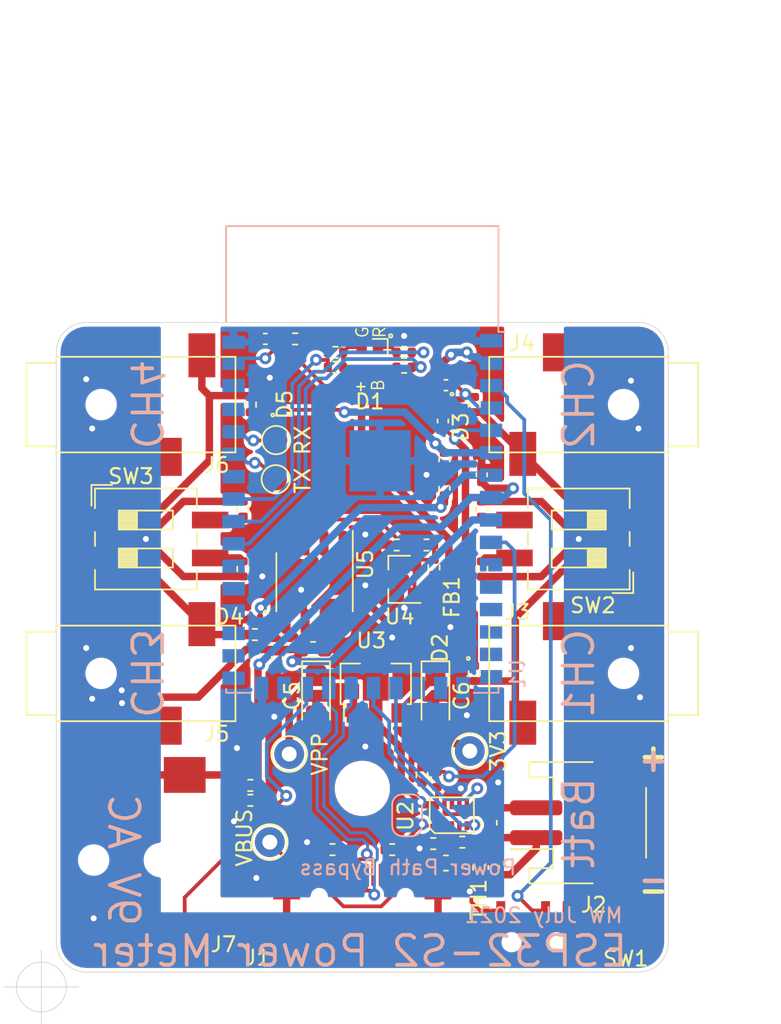
<source format=kicad_pcb>
(kicad_pcb (version 20171130) (host pcbnew "(5.1.8)-1")
  (layers (0 F.Cu signal) (31 B.Cu signal) (34 B.Paste user) (35 F.Paste user) (36 B.SilkS user) (37 F.SilkS user) (38 B.Mask user) (39 F.Mask user) (44 Edge.Cuts user))
  (net 0 "")
  (net 1 VBUS)
  (net 2 GND)
  (net 3 +BATT)
  (net 4 "Net-(C3-Pad1)")
  (net 5 "Net-(C4-Pad1)")
  (net 6 "Net-(C5-Pad1)")
  (net 7 +3V3)
  (net 8 CH1_IN)
  (net 9 CH2_IN)
  (net 10 CH3_IN)
  (net 11 CH4_IN)
  (net 12 "Net-(FB1-Pad2)")
  (net 13 USB_D+)
  (net 14 USB_D-)
  (net 15 "Net-(J1-PadA8)")
  (net 16 "Net-(J1-PadB5)")
  (net 17 "Net-(J1-PadA5)")
  (net 18 "Net-(J1-PadB8)")
  (net 19 REF_SENSE)
  (net 20 "Net-(J3-PadR)")
  (net 21 "Net-(J3-PadT)")
  (net 22 "Net-(J4-PadT)")
  (net 23 "Net-(J4-PadR)")
  (net 24 "Net-(J5-PadT)")
  (net 25 "Net-(J5-PadR)")
  (net 26 "Net-(J6-PadR)")
  (net 27 "Net-(J6-PadT)")
  (net 28 VPP_SENSE)
  (net 29 +2V5)
  (net 30 "Net-(SW1-Pad2)")
  (net 31 "Net-(SW1-Pad1)")
  (net 32 "Net-(U1-Pad40)")
  (net 33 "Net-(U1-Pad39)")
  (net 34 "Net-(U1-Pad25)")
  (net 35 "Net-(U1-Pad27)")
  (net 36 "Net-(U1-Pad28)")
  (net 37 "Net-(U1-Pad29)")
  (net 38 "Net-(U1-Pad30)")
  (net 39 "Net-(U1-Pad31)")
  (net 40 "Net-(U1-Pad32)")
  (net 41 "Net-(U1-Pad36)")
  (net 42 "Net-(U1-Pad14)")
  (net 43 "Net-(U1-Pad13)")
  (net 44 "Net-(U1-Pad12)")
  (net 45 "Net-(U1-Pad11)")
  (net 46 "Net-(U1-Pad19)")
  (net 47 "Net-(U1-Pad18)")
  (net 48 "Net-(U1-Pad17)")
  (net 49 "Net-(U1-Pad16)")
  (net 50 "Net-(U1-Pad15)")
  (net 51 "Net-(U5-Pad1)")
  (net 52 "Net-(U5-Pad5)")
  (net 53 "Net-(U5-Pad8)")
  (net 54 "Net-(U2-Pad8)")
  (net 55 POWER_GOOD)
  (net 56 CHARGE_STATE)
  (net 57 "Net-(D1-Pad1)")
  (net 58 "Net-(D1-Pad2)")
  (net 59 "Net-(D1-Pad4)")
  (net 60 "Net-(J7-Pad1)")
  (net 61 AC_PLUG)
  (net 62 RED)
  (net 63 GREEN)
  (net 64 BLUE)
  (net 65 "Net-(R7-Pad2)")
  (net 66 "Net-(R8-Pad1)")
  (net 67 "Net-(R13-Pad2)")
  (net 68 "Net-(R19-Pad1)")
  (net 69 "Net-(R20-Pad2)")
  (net 70 "Net-(R21-Pad1)")
  (net 71 "Net-(R22-Pad2)")
  (net 72 V_IN)
  (net 73 "Net-(TP4-Pad1)")
  (net 74 "Net-(TP5-Pad1)")
  (module Capacitor_SMD:C_0603_1608Metric (layer F.Cu) (at 129.1 160.7)
    (fp_text reference C1 hide)
    (fp_text value 1uF)
    (pad 2 smd roundrect (at 0.775 0) (size 0.9 0.95) (layers F.Cu F.Paste F.Mask) (net 2 GND))
    (pad 1 smd roundrect (at -0.775 0) (size 0.9 0.95) (layers F.Cu F.Paste F.Mask) (net 1 VBUS))
  )
  (module Capacitor_SMD:C_0603_1608Metric (layer F.Cu) (at 132 158 90)
    (fp_text reference C2 hide)
    (fp_text value 1uF)
    (pad 2 smd roundrect (at 0.775 0 90) (size 0.9 0.95) (layers F.Cu F.Paste F.Mask) (net 3 +BATT))
    (pad 1 smd roundrect (at -0.775 0 90) (size 0.9 0.95) (layers F.Cu F.Paste F.Mask) (net 2 GND))
  )
  (module Capacitor_SMD:C_0402_1005Metric (layer F.Cu) (at 132.3 161 270)
    (fp_text reference C3 hide)
    (fp_text value 100nF)
    (pad 2 smd roundrect (at 0.48 0 270) (size 0.56 0.62) (layers F.Cu F.Paste F.Mask) (net 2 GND))
    (pad 1 smd roundrect (at -0.48 0 270) (size 0.56 0.62) (layers F.Cu F.Paste F.Mask) (net 4 "Net-(C3-Pad1)"))
  )
  (module Capacitor_SMD:C_0402_1005Metric (layer F.Cu) (at 117 125.6 180)
    (fp_text reference C4 hide)
    (fp_text value 100nF)
    (pad 2 smd roundrect (at 0.48 0 180) (size 0.56 0.62) (layers F.Cu F.Paste F.Mask) (net 2 GND))
    (pad 1 smd roundrect (at -0.48 0 180) (size 0.56 0.62) (layers F.Cu F.Paste F.Mask) (net 5 "Net-(C4-Pad1)"))
  )
  (module Capacitor_Tantalum_SMD:CP_EIA-3216-18_Kemet-A (layer F.Cu) (at 120.4 149.5 270)
    (fp_text reference C5 (at 0 1.6 90) (layer F.SilkS))
    (fp_text value 10uF)
    (pad 2 smd roundrect (at 1.35 0 270) (size 1.4 1.35) (layers F.Cu F.Paste F.Mask) (roundrect_rratio 0.1851844444444445) (net 2 GND))
    (pad 1 smd roundrect (at -1.35 0 270) (size 1.4 1.35) (layers F.Cu F.Paste F.Mask) (roundrect_rratio 0.1851844444444445) (net 6 "Net-(C5-Pad1)"))
  )
  (module Capacitor_Tantalum_SMD:CP_EIA-3216-18_Kemet-A (layer F.Cu) (at 128.4 149.5 270)
    (fp_text reference C6 (at 0 -1.75 90) (layer F.SilkS))
    (fp_text value 10uF)
    (pad 2 smd roundrect (at 1.35 0 270) (size 1.4 1.35) (layers F.Cu F.Paste F.Mask) (roundrect_rratio 0.1851844444444445) (net 2 GND))
    (pad 1 smd roundrect (at -1.35 0 270) (size 1.4 1.35) (layers F.Cu F.Paste F.Mask) (roundrect_rratio 0.1851844444444445) (net 7 +3V3))
  )
  (module Capacitor_SMD:C_0402_1005Metric (layer F.Cu) (at 128.9 131.1 90)
    (fp_text reference C7 hide)
    (fp_text value 100nF)
    (pad 2 smd roundrect (at 0.48 0 90) (size 0.56 0.62) (layers F.Cu F.Paste F.Mask) (net 2 GND))
    (pad 1 smd roundrect (at -0.48 0 90) (size 0.56 0.62) (layers F.Cu F.Paste F.Mask) (net 8 CH1_IN))
  )
  (module Capacitor_SMD:C_0402_1005Metric (layer F.Cu) (at 129.1 128.7 180)
    (fp_text reference C8 hide)
    (fp_text value 100nF)
    (pad 2 smd roundrect (at 0.48 0 180) (size 0.56 0.62) (layers F.Cu F.Paste F.Mask) (net 2 GND))
    (pad 1 smd roundrect (at -0.48 0 180) (size 0.56 0.62) (layers F.Cu F.Paste F.Mask) (net 9 CH2_IN))
  )
  (module Capacitor_SMD:C_0402_1005Metric (layer F.Cu) (at 129 135.6 90)
    (fp_text reference C9 hide)
    (fp_text value 100nF)
    (pad 2 smd roundrect (at 0.48 0 90) (size 0.56 0.62) (layers F.Cu F.Paste F.Mask) (net 2 GND))
    (pad 1 smd roundrect (at -0.48 0 90) (size 0.56 0.62) (layers F.Cu F.Paste F.Mask) (net 10 CH3_IN))
  )
  (module Capacitor_SMD:C_0402_1005Metric (layer F.Cu) (at 129 133.7 270)
    (fp_text reference C10 hide)
    (fp_text value 100nF)
    (pad 2 smd roundrect (at 0.48 0 270) (size 0.56 0.62) (layers F.Cu F.Paste F.Mask) (net 2 GND))
    (pad 1 smd roundrect (at -0.48 0 270) (size 0.56 0.62) (layers F.Cu F.Paste F.Mask) (net 11 CH4_IN))
  )
  (module project:FM-B2020RGBA-HG (layer F.Cu) (at 124 127 90)
    (fp_text reference D1 (at -2.8 0 180) (layer F.SilkS))
    (fp_text value FM-B2020RGBA-HG)
    (fp_text user B (at -1.7 0.55 90) (layer F.SilkS) (effects (font (size 0.8 0.8) (thickness 0.1))))
    (fp_text user G (at 1.85 -0.5 90) (layer F.SilkS) (effects (font (size 0.8 0.8) (thickness 0.1))))
    (fp_text user R (at 1.85 0.65 90) (layer F.SilkS) (effects (font (size 0.8 0.8) (thickness 0.1))))
    (pad 4 smd rect (at 0.85 -0.55 90) (size 0.8 0.7) (layers F.Cu F.Paste F.Mask) (net 59 "Net-(D1-Pad4)"))
    (pad 3 smd rect (at -0.85 -0.55 90) (size 0.8 0.7) (layers F.Cu F.Paste F.Mask) (net 7 +3V3))
    (pad 2 smd rect (at -0.85 0.55 90) (size 0.8 0.7) (layers F.Cu F.Paste F.Mask) (net 58 "Net-(D1-Pad2)"))
    (pad 1 smd rect (at 0.85 0.55 90) (size 0.8 0.7) (layers F.Cu F.Paste F.Mask) (net 57 "Net-(D1-Pad1)"))
  )
  (module Inductor_SMD:L_0402_1005Metric (layer F.Cu) (at 128.3 142.9 90)
    (fp_text reference FB1 (at 0 1.2 90) (layer F.SilkS))
    (fp_text value 600R@100MHz)
    (pad 2 smd roundrect (at 0.485 0 90) (size 0.59 0.64) (layers F.Cu F.Paste F.Mask) (net 12 "Net-(FB1-Pad2)"))
    (pad 1 smd roundrect (at -0.485 0 90) (size 0.59 0.64) (layers F.Cu F.Paste F.Mask) (net 7 +3V3))
  )
  (module project:TYPEC-304S-ACP16 (layer F.Cu) (at 123.5 165)
    (fp_text reference J1 (at -7 2.05 180) (layer F.SilkS))
    (fp_text value USB_C_Receptacle_USB2.0)
    (pad A12 smd rect (at 3.375 -3.505) (size 0.3 1.45) (layers F.Cu F.Paste F.Mask) (net 2 GND))
    (pad A9 smd rect (at 2.6 -3.505) (size 0.3 1.45) (layers F.Cu F.Paste F.Mask) (net 1 VBUS))
    (pad B9 smd rect (at -2.3 -3.505) (size 0.3 1.45) (layers F.Cu F.Paste F.Mask) (net 1 VBUS))
    (pad B12 smd rect (at -3.075 -3.505) (size 0.3 1.45) (layers F.Cu F.Paste F.Mask) (net 2 GND))
    (pad A1 smd rect (at -3.375 -3.505) (size 0.3 1.45) (layers F.Cu F.Paste F.Mask) (net 2 GND))
    (pad A4 smd rect (at -2.6 -3.505) (size 0.3 1.45) (layers F.Cu F.Paste F.Mask) (net 1 VBUS))
    (pad B1 smd rect (at 3.075 -3.505) (size 0.3 1.45) (layers F.Cu F.Paste F.Mask) (net 2 GND))
    (pad B4 smd rect (at 2.3 -3.505) (size 0.3 1.45) (layers F.Cu F.Paste F.Mask) (net 1 VBUS))
    (pad "" np_thru_hole circle (at -2.89 -2.06) (size 0.65 0.65) (drill 0.65) (layers *.Cu *.Mask))
    (pad "" np_thru_hole circle (at 2.89 -2.06) (size 0.65 0.65) (drill 0.65) (layers *.Cu *.Mask))
    (pad B8 smd rect (at -1.75 -3.505) (size 0.3 1.45) (layers F.Cu F.Paste F.Mask) (net 18 "Net-(J1-PadB8)"))
    (pad A5 smd rect (at -1.25 -3.505) (size 0.3 1.45) (layers F.Cu F.Paste F.Mask) (net 17 "Net-(J1-PadA5)"))
    (pad B7 smd rect (at -0.75 -3.505) (size 0.3 1.45) (layers F.Cu F.Paste F.Mask) (net 14 USB_D-))
    (pad B5 smd rect (at 1.75 -3.505) (size 0.3 1.45) (layers F.Cu F.Paste F.Mask) (net 16 "Net-(J1-PadB5)"))
    (pad A8 smd rect (at 1.25 -3.505) (size 0.3 1.45) (layers F.Cu F.Paste F.Mask) (net 15 "Net-(J1-PadA8)"))
    (pad B6 smd rect (at 0.75 -3.505) (size 0.3 1.45) (layers F.Cu F.Paste F.Mask) (net 13 USB_D+))
    (pad A7 smd rect (at 0.25 -3.505) (size 0.3 1.45) (layers F.Cu F.Paste F.Mask) (net 14 USB_D-))
    (pad A6 smd rect (at -0.25 -3.505) (size 0.3 1.45) (layers F.Cu F.Paste F.Mask) (net 13 USB_D+))
    (pad S1 smd rect (at -5.07 -2.59) (size 1.8 1.45) (layers F.Cu F.Paste F.Mask) (net 2 GND))
    (pad S1 smd rect (at -5.07 1.59) (size 1.8 1.45) (layers F.Cu F.Paste F.Mask) (net 2 GND))
    (pad S1 smd rect (at 5.07 -2.59) (size 1.8 1.45) (layers F.Cu F.Paste F.Mask) (net 2 GND))
    (pad S1 smd rect (at 5.07 1.59) (size 1.8 1.45) (layers F.Cu F.Paste F.Mask) (net 2 GND))
  )
  (module Connector_JST:JST_PH_S2B-PH-SM4-TB_1x02-1MP_P2.00mm_Horizontal (layer F.Cu) (at 138 158 90)
    (fp_text reference J2 (at -5.5 1 180) (layer F.SilkS))
    (fp_text value Battery)
    (pad MP smd roundrect (at 3.35 2.9 90) (size 1.5 3.4) (layers F.Cu F.Paste F.Mask) (roundrect_rratio 0.1666666666666667))
    (pad MP smd roundrect (at -3.35 2.9 90) (size 1.5 3.4) (layers F.Cu F.Paste F.Mask) (roundrect_rratio 0.1666666666666667))
    (pad 2 smd roundrect (at 1 -2.85 90) (size 1 3.5) (layers F.Cu F.Paste F.Mask) (net 3 +BATT))
    (pad 1 smd roundrect (at -1 -2.85 90) (size 1 3.5) (layers F.Cu F.Paste F.Mask) (net 2 GND))
  )
  (module project:PJ-327F (layer F.Cu) (at 138 148 180)
    (fp_text reference J3 (at 4.1 4.1) (layer F.SilkS))
    (fp_text value AudioJack3)
    (pad T smd rect (at 3.75 -3.3 180) (size 1.8 2.95) (layers F.Cu F.Paste F.Mask) (net 21 "Net-(J3-PadT)"))
    (pad R smd rect (at 1.5 3.5 180) (size 1.8 2.55) (layers F.Cu F.Paste F.Mask) (net 20 "Net-(J3-PadR)"))
    (pad S smd rect (at -3.5 3.5 180) (size 1.8 2.55) (layers F.Cu F.Paste F.Mask) (net 19 REF_SENSE))
    (pad R2 smd rect (at -0.75 -3.5 180) (size 1.8 2.55) (layers F.Cu F.Paste F.Mask))
    (pad S smd rect (at -4.05 -3.5 180) (size 1.8 2.55) (layers F.Cu F.Paste F.Mask) (net 19 REF_SENSE))
    (pad "" np_thru_hole circle (at 3 0 180) (size 1.6 1.6) (drill 1.6) (layers *.Cu *.Mask))
    (pad "" np_thru_hole circle (at -3 0 180) (size 1.6 1.6) (drill 1.6) (layers *.Cu *.Mask))
  )
  (module project:PJ-327F (layer F.Cu) (at 138 130 180)
    (fp_text reference J4 (at 3.8 4.1) (layer F.SilkS))
    (fp_text value AudioJack3)
    (pad T smd rect (at 3.75 -3.3 180) (size 1.8 2.95) (layers F.Cu F.Paste F.Mask) (net 22 "Net-(J4-PadT)"))
    (pad R smd rect (at 1.5 3.5 180) (size 1.8 2.55) (layers F.Cu F.Paste F.Mask) (net 23 "Net-(J4-PadR)"))
    (pad S smd rect (at -3.5 3.5 180) (size 1.8 2.55) (layers F.Cu F.Paste F.Mask) (net 19 REF_SENSE))
    (pad R2 smd rect (at -0.75 -3.5 180) (size 1.8 2.55) (layers F.Cu F.Paste F.Mask))
    (pad S smd rect (at -4.05 -3.5 180) (size 1.8 2.55) (layers F.Cu F.Paste F.Mask) (net 19 REF_SENSE))
    (pad "" np_thru_hole circle (at 3 0 180) (size 1.6 1.6) (drill 1.6) (layers *.Cu *.Mask))
    (pad "" np_thru_hole circle (at -3 0 180) (size 1.6 1.6) (drill 1.6) (layers *.Cu *.Mask))
  )
  (module project:PJ-327F (layer F.Cu) (at 109 148)
    (fp_text reference J5 (at 4.75 4.05) (layer F.SilkS))
    (fp_text value AudioJack3)
    (pad T smd rect (at 3.75 -3.3) (size 1.8 2.95) (layers F.Cu F.Paste F.Mask) (net 24 "Net-(J5-PadT)"))
    (pad R smd rect (at 1.5 3.5) (size 1.8 2.55) (layers F.Cu F.Paste F.Mask) (net 25 "Net-(J5-PadR)"))
    (pad S smd rect (at -3.5 3.5) (size 1.8 2.55) (layers F.Cu F.Paste F.Mask) (net 19 REF_SENSE))
    (pad R2 smd rect (at -0.75 -3.5) (size 1.8 2.55) (layers F.Cu F.Paste F.Mask))
    (pad S smd rect (at -4.05 -3.5) (size 1.8 2.55) (layers F.Cu F.Paste F.Mask) (net 19 REF_SENSE))
    (pad "" np_thru_hole circle (at 3 0) (size 1.6 1.6) (drill 1.6) (layers *.Cu *.Mask))
    (pad "" np_thru_hole circle (at -3 0) (size 1.6 1.6) (drill 1.6) (layers *.Cu *.Mask))
  )
  (module project:PJ-327F (layer F.Cu) (at 109 130)
    (fp_text reference J6 (at 4.75 4.05) (layer F.SilkS))
    (fp_text value AudioJack3)
    (pad T smd rect (at 3.75 -3.3) (size 1.8 2.95) (layers F.Cu F.Paste F.Mask) (net 27 "Net-(J6-PadT)"))
    (pad R smd rect (at 1.5 3.5) (size 1.8 2.55) (layers F.Cu F.Paste F.Mask) (net 26 "Net-(J6-PadR)"))
    (pad S smd rect (at -3.5 3.5) (size 1.8 2.55) (layers F.Cu F.Paste F.Mask) (net 19 REF_SENSE))
    (pad R2 smd rect (at -0.75 -3.5) (size 1.8 2.55) (layers F.Cu F.Paste F.Mask))
    (pad S smd rect (at -4.05 -3.5) (size 1.8 2.55) (layers F.Cu F.Paste F.Mask) (net 19 REF_SENSE))
    (pad "" np_thru_hole circle (at 3 0) (size 1.6 1.6) (drill 1.6) (layers *.Cu *.Mask))
    (pad "" np_thru_hole circle (at -3 0) (size 1.6 1.6) (drill 1.6) (layers *.Cu *.Mask))
  )
  (module project:DC-005-5A-2.0-SMT (layer F.Cu) (at 110 160.5)
    (fp_text reference J7 (at 4.2 5.65) (layer F.SilkS))
    (fp_text value "AC In")
    (pad "" np_thru_hole circle (at 0 0) (size 1.8 1.8) (drill 1.8) (layers *.Cu *.Mask))
    (pad "" np_thru_hole circle (at -4.5 0) (size 1.6 1.6) (drill 1.6) (layers *.Cu *.Mask))
    (pad 3 smd rect (at 1.6 5.7) (size 2.8 2.4) (layers F.Cu F.Paste F.Mask) (net 61 AC_PLUG))
    (pad 2 smd rect (at -4.5 5.7) (size 2.8 2.4) (layers F.Cu F.Paste F.Mask) (net 19 REF_SENSE))
    (pad 1 smd rect (at 1.6 -5.7) (size 2.8 2.4) (layers F.Cu F.Paste F.Mask) (net 60 "Net-(J7-Pad1)"))
    (pad 1 smd rect (at -4.5 -5.7) (size 2.8 2.4) (layers F.Cu F.Paste F.Mask) (net 60 "Net-(J7-Pad1)"))
  )
  (module Jumper:SolderJumper-2_P1.3mm_Open_RoundedPad1.0x1.5mm (layer B.Cu) (at 126.5 157.5 90)
    (fp_text reference JP1)
    (fp_text value "Power Path Bypass" (at -3.5 0.05) (layer B.SilkS) (effects (justify mirror)))
    (pad 2 smd custom (at 0.65 0 90) (size 1 0.5) (layers B.Cu B.Mask) (net 6 "Net-(C5-Pad1)") (options (clearance outline) (anchor rect)) (primitives (gr_circle (center 0 -0.25) (end 0.5 -0.25) (width 0)) (gr_circle (center 0 0.25) (end 0.5 0.25) (width 0)) (gr_poly (pts (xy 0 0.75) (xy -0.5 0.75) (xy -0.5 -0.75) (xy 0 -0.75)) (width 0))))
    (pad 1 smd custom (at -0.65 0 90) (size 1 0.5) (layers B.Cu B.Mask) (net 1 VBUS) (options (clearance outline) (anchor rect)) (primitives (gr_circle (center 0 -0.25) (end 0.5 -0.25) (width 0)) (gr_circle (center 0 0.25) (end 0.5 0.25) (width 0)) (gr_poly (pts (xy 0 0.75) (xy 0.5 0.75) (xy 0.5 -0.75) (xy 0 -0.75)) (width 0))))
  )
  (module Resistor_SMD:R_0402_1005Metric (layer F.Cu) (at 126.3 126.5)
    (fp_text reference R1 hide)
    (fp_text value 150)
    (pad 2 smd roundrect (at 0.51 0) (size 0.54 0.64) (layers F.Cu F.Paste F.Mask) (net 62 RED))
    (pad 1 smd roundrect (at -0.51 0) (size 0.54 0.64) (layers F.Cu F.Paste F.Mask) (net 57 "Net-(D1-Pad1)"))
  )
  (module Resistor_SMD:R_0402_1005Metric (layer F.Cu) (at 121.7 126.5 180)
    (fp_text reference R2 hide)
    (fp_text value 120R)
    (pad 2 smd roundrect (at 0.51 0 180) (size 0.54 0.64) (layers F.Cu F.Paste F.Mask) (net 63 GREEN))
    (pad 1 smd roundrect (at -0.51 0 180) (size 0.54 0.64) (layers F.Cu F.Paste F.Mask) (net 59 "Net-(D1-Pad4)"))
  )
  (module Resistor_SMD:R_0402_1005Metric (layer F.Cu) (at 121.7 127.5 180)
    (fp_text reference R3 hide)
    (fp_text value 120R)
    (pad 2 smd roundrect (at 0.51 0 180) (size 0.54 0.64) (layers F.Cu F.Paste F.Mask) (net 63 GREEN))
    (pad 1 smd roundrect (at -0.51 0 180) (size 0.54 0.64) (layers F.Cu F.Paste F.Mask) (net 59 "Net-(D1-Pad4)"))
  )
  (module Resistor_SMD:R_0402_1005Metric (layer F.Cu) (at 126.3 127.5)
    (fp_text reference R4 hide)
    (fp_text value 120R)
    (pad 2 smd roundrect (at 0.51 0) (size 0.54 0.64) (layers F.Cu F.Paste F.Mask) (net 64 BLUE))
    (pad 1 smd roundrect (at -0.51 0) (size 0.54 0.64) (layers F.Cu F.Paste F.Mask) (net 58 "Net-(D1-Pad2)"))
  )
  (module Resistor_SMD:R_0402_1005Metric (layer F.Cu) (at 121.5 159.8)
    (fp_text reference R5 hide)
    (fp_text value 5K1)
    (pad 2 smd roundrect (at 0.51 0) (size 0.54 0.64) (layers F.Cu F.Paste F.Mask) (net 17 "Net-(J1-PadA5)"))
    (pad 1 smd roundrect (at -0.51 0) (size 0.54 0.64) (layers F.Cu F.Paste F.Mask) (net 2 GND))
  )
  (module Resistor_SMD:R_0402_1005Metric (layer F.Cu) (at 125.5 159.8 180)
    (fp_text reference R6 hide)
    (fp_text value 5K1)
    (pad 2 smd roundrect (at 0.51 0 180) (size 0.54 0.64) (layers F.Cu F.Paste F.Mask) (net 16 "Net-(J1-PadB5)"))
    (pad 1 smd roundrect (at -0.51 0 180) (size 0.54 0.64) (layers F.Cu F.Paste F.Mask) (net 2 GND))
  )
  (module Resistor_SMD:R_0402_1005Metric (layer F.Cu) (at 130.2 159.3 180)
    (fp_text reference R7 hide)
    (fp_text value 10K)
    (pad 2 smd roundrect (at 0.51 0 180) (size 0.54 0.64) (layers F.Cu F.Paste F.Mask) (net 65 "Net-(R7-Pad2)"))
    (pad 1 smd roundrect (at -0.51 0 180) (size 0.54 0.64) (layers F.Cu F.Paste F.Mask) (net 4 "Net-(C3-Pad1)"))
  )
  (module Resistor_SMD:R_0402_1005Metric (layer F.Cu) (at 128.25 159.4 180)
    (fp_text reference R8 hide)
    (fp_text value 1.1K)
    (pad 2 smd roundrect (at 0.51 0 180) (size 0.54 0.64) (layers F.Cu F.Paste F.Mask) (net 2 GND))
    (pad 1 smd roundrect (at -0.51 0 180) (size 0.54 0.64) (layers F.Cu F.Paste F.Mask) (net 66 "Net-(R8-Pad1)"))
  )
  (module Resistor_SMD:R_0402_1005Metric (layer F.Cu) (at 119 125.6 180)
    (fp_text reference R9 hide)
    (fp_text value 10K)
    (pad 2 smd roundrect (at 0.51 0 180) (size 0.54 0.64) (layers F.Cu F.Paste F.Mask) (net 5 "Net-(C4-Pad1)"))
    (pad 1 smd roundrect (at -0.51 0 180) (size 0.54 0.64) (layers F.Cu F.Paste F.Mask) (net 7 +3V3))
  )
  (module Resistor_SMD:R_0402_1005Metric (layer F.Cu) (at 128.5 155.1 90)
    (fp_text reference R10 hide)
    (fp_text value 10K)
    (pad 2 smd roundrect (at 0.51 0 90) (size 0.54 0.64) (layers F.Cu F.Paste F.Mask) (net 28 VPP_SENSE))
    (pad 1 smd roundrect (at -0.51 0 90) (size 0.54 0.64) (layers F.Cu F.Paste F.Mask) (net 6 "Net-(C5-Pad1)"))
  )
  (module Resistor_SMD:R_0402_1005Metric (layer F.Cu) (at 127.5 154.8 270)
    (fp_text reference R11 hide)
    (fp_text value 10K)
    (pad 2 smd roundrect (at 0.51 0 270) (size 0.54 0.64) (layers F.Cu F.Paste F.Mask) (net 2 GND))
    (pad 1 smd roundrect (at -0.51 0 270) (size 0.54 0.64) (layers F.Cu F.Paste F.Mask) (net 28 VPP_SENSE))
  )
  (module Resistor_SMD:R_0402_1005Metric (layer F.Cu) (at 128.3 140.9 90)
    (fp_text reference R12 hide)
    (fp_text value 560R)
    (pad 2 smd roundrect (at 0.51 0 90) (size 0.54 0.64) (layers F.Cu F.Paste F.Mask) (net 29 +2V5))
    (pad 1 smd roundrect (at -0.51 0 90) (size 0.54 0.64) (layers F.Cu F.Paste F.Mask) (net 12 "Net-(FB1-Pad2)"))
  )
  (module Resistor_SMD:R_0402_1005Metric (layer F.Cu) (at 127.8 139.4 180)
    (fp_text reference R13 hide)
    (fp_text value 10K)
    (pad 2 smd roundrect (at 0.51 0 180) (size 0.54 0.64) (layers F.Cu F.Paste F.Mask) (net 67 "Net-(R13-Pad2)"))
    (pad 1 smd roundrect (at -0.51 0 180) (size 0.54 0.64) (layers F.Cu F.Paste F.Mask) (net 29 +2V5))
  )
  (module Resistor_SMD:R_0402_1005Metric (layer F.Cu) (at 125.8 139.4 180)
    (fp_text reference R14 hide)
    (fp_text value 10K)
    (pad 2 smd roundrect (at 0.51 0 180) (size 0.54 0.64) (layers F.Cu F.Paste F.Mask) (net 2 GND))
    (pad 1 smd roundrect (at -0.51 0 180) (size 0.54 0.64) (layers F.Cu F.Paste F.Mask) (net 67 "Net-(R13-Pad2)"))
  )
  (module Resistor_SMD:R_0402_1005Metric (layer F.Cu) (at 131 148 270)
    (fp_text reference R15 hide)
    (fp_text value 10K)
    (pad 2 smd roundrect (at 0.51 0 270) (size 0.54 0.64) (layers F.Cu F.Paste F.Mask) (net 21 "Net-(J3-PadT)"))
    (pad 1 smd roundrect (at -0.51 0 270) (size 0.54 0.64) (layers F.Cu F.Paste F.Mask) (net 8 CH1_IN))
  )
  (module Resistor_SMD:R_0402_1005Metric (layer F.Cu) (at 131 130 270)
    (fp_text reference R16 hide)
    (fp_text value 10K)
    (pad 2 smd roundrect (at 0.51 0 270) (size 0.54 0.64) (layers F.Cu F.Paste F.Mask) (net 22 "Net-(J4-PadT)"))
    (pad 1 smd roundrect (at -0.51 0 270) (size 0.54 0.64) (layers F.Cu F.Paste F.Mask) (net 9 CH2_IN))
  )
  (module Resistor_SMD:R_0402_1005Metric (layer F.Cu) (at 116.3 145.4 180)
    (fp_text reference R17 hide)
    (fp_text value 10K)
    (pad 2 smd roundrect (at 0.51 0 180) (size 0.54 0.64) (layers F.Cu F.Paste F.Mask) (net 24 "Net-(J5-PadT)"))
    (pad 1 smd roundrect (at -0.51 0 180) (size 0.54 0.64) (layers F.Cu F.Paste F.Mask) (net 10 CH3_IN))
  )
  (module Resistor_SMD:R_0402_1005Metric (layer F.Cu) (at 116 130 90)
    (fp_text reference R18 hide)
    (fp_text value 10K)
    (pad 2 smd roundrect (at 0.51 0 90) (size 0.54 0.64) (layers F.Cu F.Paste F.Mask) (net 27 "Net-(J6-PadT)"))
    (pad 1 smd roundrect (at -0.51 0 90) (size 0.54 0.64) (layers F.Cu F.Paste F.Mask) (net 11 CH4_IN))
  )
  (module Resistor_SMD:R_0402_1005Metric (layer F.Cu) (at 131.5 141.01 270)
    (fp_text reference R19 hide)
    (fp_text value Rb)
    (pad 2 smd roundrect (at 0.51 0 270) (size 0.54 0.64) (layers F.Cu F.Paste F.Mask) (net 19 REF_SENSE))
    (pad 1 smd roundrect (at -0.51 0 270) (size 0.54 0.64) (layers F.Cu F.Paste F.Mask) (net 68 "Net-(R19-Pad1)"))
  )
  (module Resistor_SMD:R_0402_1005Metric (layer F.Cu) (at 131.5 137 270)
    (fp_text reference R20 hide)
    (fp_text value Rb)
    (pad 2 smd roundrect (at 0.51 0 270) (size 0.54 0.64) (layers F.Cu F.Paste F.Mask) (net 69 "Net-(R20-Pad2)"))
    (pad 1 smd roundrect (at -0.51 0 270) (size 0.54 0.64) (layers F.Cu F.Paste F.Mask) (net 19 REF_SENSE))
  )
  (module Resistor_SMD:R_0402_1005Metric (layer F.Cu) (at 115.5 141 270)
    (fp_text reference R21 hide)
    (fp_text value Rb)
    (pad 2 smd roundrect (at 0.51 0 270) (size 0.54 0.64) (layers F.Cu F.Paste F.Mask) (net 19 REF_SENSE))
    (pad 1 smd roundrect (at -0.51 0 270) (size 0.54 0.64) (layers F.Cu F.Paste F.Mask) (net 70 "Net-(R21-Pad1)"))
  )
  (module Resistor_SMD:R_0402_1005Metric (layer F.Cu) (at 115.5 136.99 270)
    (fp_text reference R22 hide)
    (fp_text value Rb)
    (pad 2 smd roundrect (at 0.51 0 270) (size 0.54 0.64) (layers F.Cu F.Paste F.Mask) (net 71 "Net-(R22-Pad2)"))
    (pad 1 smd roundrect (at -0.51 0 270) (size 0.54 0.64) (layers F.Cu F.Paste F.Mask) (net 19 REF_SENSE))
  )
  (module Resistor_SMD:R_0402_1005Metric (layer F.Cu) (at 116 155.5)
    (fp_text reference R23 hide)
    (fp_text value 6.8K)
    (pad 2 smd roundrect (at 0.51 0) (size 0.54 0.64) (layers F.Cu F.Paste F.Mask) (net 72 V_IN))
    (pad 1 smd roundrect (at -0.51 0) (size 0.54 0.64) (layers F.Cu F.Paste F.Mask) (net 60 "Net-(J7-Pad1)"))
  )
  (module Resistor_SMD:R_0402_1005Metric (layer F.Cu) (at 116 156.5 180)
    (fp_text reference R24 hide)
    (fp_text value 1K)
    (pad 2 smd roundrect (at 0.51 0 180) (size 0.54 0.64) (layers F.Cu F.Paste F.Mask) (net 2 GND))
    (pad 1 smd roundrect (at -0.51 0 180) (size 0.54 0.64) (layers F.Cu F.Paste F.Mask) (net 72 V_IN))
  )
  (module project:MSK12C02-HB (layer F.Cu) (at 135 166)
    (fp_text reference SW1 (at 6.15 1.1) (layer F.SilkS))
    (fp_text value SW_SPDT)
    (pad 2 smd rect (at 0.775 -2.125) (size 0.6 1.25) (layers F.Cu F.Paste F.Mask) (net 30 "Net-(SW1-Pad2)"))
    (pad 1 smd rect (at 2.225 -2.125) (size 0.6 1.25) (layers F.Cu F.Paste F.Mask) (net 31 "Net-(SW1-Pad1)"))
    (pad 3 smd rect (at -2.225 -2.125) (size 0.6 1.25) (layers F.Cu F.Paste F.Mask) (net 2 GND))
    (pad "" smd rect (at -3.8 -1.15) (size 1.2 0.7) (layers F.Cu F.Paste F.Mask))
    (pad "" smd rect (at -3.8 1.15) (size 1.2 0.7) (layers F.Cu F.Paste F.Mask))
    (pad "" smd rect (at 3.8 -1.15) (size 1.2 0.7) (layers F.Cu F.Paste F.Mask))
    (pad "" smd rect (at 3.8 1.15) (size 1.2 0.7) (layers F.Cu F.Paste F.Mask))
    (pad "" np_thru_hole circle (at 1.5 0) (size 0.85 0.85) (drill 0.85) (layers *.Cu *.Mask))
    (pad "" np_thru_hole circle (at -1.5 0) (size 0.85 0.85) (drill 0.85) (layers *.Cu *.Mask))
  )
  (module Button_Switch_SMD:SW_DIP_SPSTx02_Slide_6.7x6.64mm_W8.61mm_P2.54mm_LowProfile (layer F.Cu) (at 138 139 180)
    (fp_text reference SW2 (at -0.95 -4.45) (layer F.SilkS))
    (fp_text value SW_DIP_x02)
    (pad 4 smd rect (at 4.305 -1.27 180) (size 2.44 1.12) (layers F.Cu F.Paste F.Mask) (net 68 "Net-(R19-Pad1)"))
    (pad 2 smd rect (at -4.305 1.27 180) (size 2.44 1.12) (layers F.Cu F.Paste F.Mask) (net 22 "Net-(J4-PadT)"))
    (pad 3 smd rect (at 4.305 1.27 180) (size 2.44 1.12) (layers F.Cu F.Paste F.Mask) (net 69 "Net-(R20-Pad2)"))
    (pad 1 smd rect (at -4.305 -1.27 180) (size 2.44 1.12) (layers F.Cu F.Paste F.Mask) (net 21 "Net-(J3-PadT)"))
  )
  (module Button_Switch_SMD:SW_DIP_SPSTx02_Slide_6.7x6.64mm_W8.61mm_P2.54mm_LowProfile (layer F.Cu) (at 109 139)
    (fp_text reference SW3 (at -1 -4.2) (layer F.SilkS))
    (fp_text value SW_DIP_x02)
    (pad 4 smd rect (at 4.305 -1.27) (size 2.44 1.12) (layers F.Cu F.Paste F.Mask) (net 71 "Net-(R22-Pad2)"))
    (pad 2 smd rect (at -4.305 1.27) (size 2.44 1.12) (layers F.Cu F.Paste F.Mask) (net 24 "Net-(J5-PadT)"))
    (pad 3 smd rect (at 4.305 1.27) (size 2.44 1.12) (layers F.Cu F.Paste F.Mask) (net 70 "Net-(R21-Pad1)"))
    (pad 1 smd rect (at -4.305 -1.27) (size 2.44 1.12) (layers F.Cu F.Paste F.Mask) (net 27 "Net-(J6-PadT)"))
  )
  (module Resistor_SMD:R_0402_1005Metric (layer F.Cu) (at 131.3 161 270)
    (fp_text reference TH1 (at 2.15 0 90) (layer F.SilkS))
    (fp_text value "10K NTC")
    (pad 2 smd roundrect (at 0.51 0 270) (size 0.54 0.64) (layers F.Cu F.Paste F.Mask) (net 2 GND))
    (pad 1 smd roundrect (at -0.51 0 270) (size 0.54 0.64) (layers F.Cu F.Paste F.Mask) (net 65 "Net-(R7-Pad2)"))
  )
  (module TestPoint:TestPoint_THTPad_D2.0mm_Drill1.0mm (layer F.Cu) (at 117.3 159.3 90)
    (fp_text reference TP1)
    (fp_text value VBUS (at 0.3 -1.7 90) (layer F.SilkS))
    (pad 1 thru_hole circle (at 0 0 90) (size 2 2) (drill 1) (layers *.Cu *.Mask) (net 1 VBUS))
  )
  (module TestPoint:TestPoint_THTPad_D2.0mm_Drill1.0mm (layer F.Cu) (at 118.6 153.4 90)
    (fp_text reference TP2)
    (fp_text value VPP (at 0 2.05 90) (layer F.SilkS))
    (pad 1 thru_hole circle (at 0 0 90) (size 2 2) (drill 1) (layers *.Cu *.Mask) (net 6 "Net-(C5-Pad1)"))
  )
  (module TestPoint:TestPoint_THTPad_D2.0mm_Drill1.0mm (layer F.Cu) (at 130.7 153.2 90)
    (fp_text reference TP3)
    (fp_text value 3V3 (at 0 1.9 90) (layer F.SilkS))
    (pad 1 thru_hole circle (at 0 0 90) (size 2 2) (drill 1) (layers *.Cu *.Mask) (net 7 +3V3))
  )
  (module RF_Module:ESP32-S2-WROVER (layer B.Cu) (at 123.5 137.5 180)
    (fp_text reference U1 (at -10.41 -10.53 270) (layer B.SilkS) (effects (justify mirror)))
    (fp_text value ESP32-S2-WROVER)
    (pad 1 smd rect (at -8.625 11.775 180) (size 1.5 0.9) (layers B.Cu B.Paste B.Mask) (net 2 GND))
    (pad 15 smd rect (at -8.625 -9.225) (size 1.5 0.9) (layers B.Cu B.Paste B.Mask) (net 50 "Net-(U1-Pad15)"))
    (pad 16 smd rect (at -8.625 -10.725) (size 1.5 0.9) (layers B.Cu B.Paste B.Mask) (net 49 "Net-(U1-Pad16)"))
    (pad 17 smd rect (at -6.75 -11.475 180) (size 0.9 1.5) (layers B.Cu B.Paste B.Mask) (net 48 "Net-(U1-Pad17)"))
    (pad 18 smd rect (at -5.25 -11.475 180) (size 0.9 1.5) (layers B.Cu B.Paste B.Mask) (net 47 "Net-(U1-Pad18)"))
    (pad 19 smd rect (at -3.75 -11.475 180) (size 0.9 1.5) (layers B.Cu B.Paste B.Mask) (net 46 "Net-(U1-Pad19)"))
    (pad 20 smd rect (at -2.25 -11.475 180) (size 0.9 1.5) (layers B.Cu B.Paste B.Mask) (net 56 CHARGE_STATE))
    (pad 21 smd rect (at -0.75 -11.475 180) (size 0.9 1.5) (layers B.Cu B.Paste B.Mask) (net 55 POWER_GOOD))
    (pad 22 smd rect (at 0.75 -11.475 180) (size 0.9 1.5) (layers B.Cu B.Paste B.Mask) (net 14 USB_D-))
    (pad 23 smd rect (at 2.25 -11.475 180) (size 0.9 1.5) (layers B.Cu B.Paste B.Mask) (net 13 USB_D+))
    (pad 24 smd rect (at 3.75 -11.475 180) (size 0.9 1.5) (layers B.Cu B.Paste B.Mask) (net 61 AC_PLUG))
    (pad 2 smd rect (at -8.625 10.275 180) (size 1.5 0.9) (layers B.Cu B.Paste B.Mask) (net 7 +3V3))
    (pad 3 smd rect (at -8.625 8.775 180) (size 1.5 0.9) (layers B.Cu B.Paste B.Mask) (net 30 "Net-(SW1-Pad2)"))
    (pad 4 smd rect (at -8.625 7.275 180) (size 1.5 0.9) (layers B.Cu B.Paste B.Mask) (net 9 CH2_IN))
    (pad 5 smd rect (at -8.625 5.775 180) (size 1.5 0.9) (layers B.Cu B.Paste B.Mask) (net 8 CH1_IN))
    (pad 6 smd rect (at -8.625 4.275 180) (size 1.5 0.9) (layers B.Cu B.Paste B.Mask) (net 11 CH4_IN))
    (pad 7 smd rect (at -8.625 2.775 180) (size 1.5 0.9) (layers B.Cu B.Paste B.Mask) (net 10 CH3_IN))
    (pad 8 smd rect (at -8.625 1.275 180) (size 1.5 0.9) (layers B.Cu B.Paste B.Mask) (net 72 V_IN))
    (pad 9 smd rect (at -8.625 -0.225 180) (size 1.5 0.9) (layers B.Cu B.Paste B.Mask) (net 19 REF_SENSE))
    (pad 10 smd rect (at -8.625 -1.725 180) (size 1.5 0.9) (layers B.Cu B.Paste B.Mask) (net 28 VPP_SENSE))
    (pad 11 smd rect (at -8.625 -3.225 180) (size 1.5 0.9) (layers B.Cu B.Paste B.Mask) (net 45 "Net-(U1-Pad11)"))
    (pad 12 smd rect (at -8.625 -4.725 180) (size 1.5 0.9) (layers B.Cu B.Paste B.Mask) (net 44 "Net-(U1-Pad12)"))
    (pad 13 smd rect (at -8.625 -6.225 180) (size 1.5 0.9) (layers B.Cu B.Paste B.Mask) (net 43 "Net-(U1-Pad13)"))
    (pad 14 smd rect (at -8.625 -7.725 180) (size 1.5 0.9) (layers B.Cu B.Paste B.Mask) (net 42 "Net-(U1-Pad14)"))
    (pad 38 smd rect (at 8.625 5.675 180) (size 1.5 0.9) (layers B.Cu B.Paste B.Mask) (net 73 "Net-(TP4-Pad1)"))
    (pad 37 smd rect (at 8.625 4.175 180) (size 1.5 0.9) (layers B.Cu B.Paste B.Mask) (net 74 "Net-(TP5-Pad1)"))
    (pad 36 smd rect (at 8.625 2.675 180) (size 1.5 0.9) (layers B.Cu B.Paste B.Mask) (net 41 "Net-(U1-Pad36)"))
    (pad 35 smd rect (at 8.625 1.175 180) (size 1.5 0.9) (layers B.Cu B.Paste B.Mask) (net 63 GREEN))
    (pad 34 smd rect (at 8.625 -0.325 180) (size 1.5 0.9) (layers B.Cu B.Paste B.Mask) (net 62 RED))
    (pad 33 smd rect (at 8.625 -1.825 180) (size 1.5 0.9) (layers B.Cu B.Paste B.Mask) (net 64 BLUE))
    (pad 32 smd rect (at 8.625 -3.325 180) (size 1.5 0.9) (layers B.Cu B.Paste B.Mask) (net 40 "Net-(U1-Pad32)"))
    (pad 31 smd rect (at 8.625 -4.825 180) (size 1.5 0.9) (layers B.Cu B.Paste B.Mask) (net 39 "Net-(U1-Pad31)"))
    (pad 30 smd rect (at 8.625 -6.325 180) (size 1.5 0.9) (layers B.Cu B.Paste B.Mask) (net 38 "Net-(U1-Pad30)"))
    (pad 29 smd rect (at 8.625 -7.825 180) (size 1.5 0.9) (layers B.Cu B.Paste B.Mask) (net 37 "Net-(U1-Pad29)"))
    (pad 28 smd rect (at 8.625 -9.325 180) (size 1.5 0.9) (layers B.Cu B.Paste B.Mask) (net 36 "Net-(U1-Pad28)"))
    (pad 27 smd rect (at 8.625 -10.825 180) (size 1.5 0.9) (layers B.Cu B.Paste B.Mask) (net 35 "Net-(U1-Pad27)"))
    (pad 26 smd rect (at 6.75 -11.475 180) (size 0.9 1.5) (layers B.Cu B.Paste B.Mask) (net 2 GND))
    (pad 25 smd rect (at 5.25 -11.475 180) (size 0.9 1.5) (layers B.Cu B.Paste B.Mask) (net 34 "Net-(U1-Pad25)"))
    (pad 39 smd rect (at 8.625 7.175 180) (size 1.5 0.9) (layers B.Cu B.Paste B.Mask) (net 33 "Net-(U1-Pad39)"))
    (pad 40 smd rect (at 8.625 8.775 180) (size 1.5 0.9) (layers B.Cu B.Paste B.Mask) (net 32 "Net-(U1-Pad40)"))
    (pad 41 smd rect (at 8.625 10.275 180) (size 1.5 0.9) (layers B.Cu B.Paste B.Mask) (net 5 "Net-(C4-Pad1)"))
    (pad 42 smd rect (at 8.625 11.675 180) (size 1.5 0.9) (layers B.Cu B.Paste B.Mask) (net 2 GND))
    (pad 43 smd rect (at -1.19 3.735 180) (size 4.1 4.1) (layers B.Cu B.Paste B.Mask) (net 2 GND))
  )
  (module project:LGA-10B01 (layer F.Cu) (at 129.5 157.5)
    (fp_text reference U2 (at -3.1 0.05 90) (layer F.SilkS))
    (fp_text value XC6806XXXX11-G)
    (pad 6 smd rect (at 1 -0.7) (size 0.3 0.6) (layers F.Cu F.Paste F.Mask) (net 56 CHARGE_STATE))
    (pad 5 smd rect (at 1 0.7) (size 0.3 0.6) (layers F.Cu F.Paste F.Mask) (net 55 POWER_GOOD))
    (pad 7 smd rect (at 0.5 -0.7) (size 0.3 0.6) (layers F.Cu F.Paste F.Mask) (net 2 GND))
    (pad 4 smd rect (at 0.5 0.7) (size 0.3 0.6) (layers F.Cu F.Paste F.Mask) (net 4 "Net-(C3-Pad1)"))
    (pad 8 smd rect (at 0 -0.7) (size 0.3 0.6) (layers F.Cu F.Paste F.Mask) (net 54 "Net-(U2-Pad8)"))
    (pad 3 smd rect (at 0 0.7) (size 0.3 0.6) (layers F.Cu F.Paste F.Mask) (net 65 "Net-(R7-Pad2)"))
    (pad 9 smd rect (at -0.5 -0.7) (size 0.3 0.6) (layers F.Cu F.Paste F.Mask) (net 3 +BATT))
    (pad 2 smd rect (at -0.5 0.7) (size 0.3 0.6) (layers F.Cu F.Paste F.Mask) (net 66 "Net-(R8-Pad1)"))
    (pad 10 smd rect (at -1 -0.7) (size 0.3 0.6) (layers F.Cu F.Paste F.Mask) (net 6 "Net-(C5-Pad1)"))
    (pad 1 smd rect (at -1 0.7) (size 0.3 0.6) (layers F.Cu F.Paste F.Mask) (net 1 VBUS))
  )
  (module Package_TO_SOT_SMD:SOT-89-3 (layer F.Cu) (at 124.4 149 90)
    (fp_text reference U3 (at 3.2 -0.3 180) (layer F.SilkS))
    (fp_text value XC6203E332PR)
    (pad 2 smd custom (at -1.5625 0 90) (size 1.475 0.9) (layers F.Cu F.Paste F.Mask) (net 6 "Net-(C5-Pad1)") (options (clearance outline) (anchor rect)) (primitives (gr_poly (pts (xy 0.7375 -0.8665) (xy 3.8625 -0.8665) (xy 3.8625 0.8665) (xy 0.7375 0.8665)) (width 0))))
    (pad 3 smd rect (at -1.65 1.5 90) (size 1.3 0.9) (layers F.Cu F.Paste F.Mask) (net 7 +3V3))
    (pad 1 smd rect (at -1.65 -1.5 90) (size 1.3 0.9) (layers F.Cu F.Paste F.Mask) (net 2 GND))
  )
  (module Package_TO_SOT_SMD:SOT-23 (layer F.Cu) (at 126 141.7 180)
    (fp_text reference U4 (at 0 -2.5) (layer F.SilkS))
    (fp_text value CJ432)
    (pad 3 smd rect (at 1 0 180) (size 0.9 0.8) (layers F.Cu F.Paste F.Mask) (net 2 GND))
    (pad 2 smd rect (at -1 0.95 180) (size 0.9 0.8) (layers F.Cu F.Paste F.Mask) (net 29 +2V5))
    (pad 1 smd rect (at -1 -0.95 180) (size 0.9 0.8) (layers F.Cu F.Paste F.Mask) (net 29 +2V5))
  )
  (module Package_SO:SOP-8_3.9x4.9mm_P1.27mm (layer F.Cu) (at 120.3 141.9 270)
    (fp_text reference U5 (at -1.2 -3.4 90) (layer F.SilkS))
    (fp_text value LM741)
    (pad 8 smd roundrect (at 2.625 -1.905 270) (size 1.65 0.6) (layers F.Cu F.Paste F.Mask) (net 53 "Net-(U5-Pad8)"))
    (pad 7 smd roundrect (at 2.625 -0.635 270) (size 1.65 0.6) (layers F.Cu F.Paste F.Mask) (net 7 +3V3))
    (pad 6 smd roundrect (at 2.625 0.635 270) (size 1.65 0.6) (layers F.Cu F.Paste F.Mask) (net 19 REF_SENSE))
    (pad 5 smd roundrect (at 2.625 1.905 270) (size 1.65 0.6) (layers F.Cu F.Paste F.Mask) (net 52 "Net-(U5-Pad5)"))
    (pad 4 smd roundrect (at -2.625 1.905 270) (size 1.65 0.6) (layers F.Cu F.Paste F.Mask) (net 2 GND))
    (pad 3 smd roundrect (at -2.625 0.635 270) (size 1.65 0.6) (layers F.Cu F.Paste F.Mask) (net 67 "Net-(R13-Pad2)"))
    (pad 2 smd roundrect (at -2.625 -0.635 270) (size 1.65 0.6) (layers F.Cu F.Paste F.Mask) (net 19 REF_SENSE))
    (pad 1 smd roundrect (at -2.625 -1.905 270) (size 1.65 0.6) (layers F.Cu F.Paste F.Mask) (net 51 "Net-(U5-Pad1)"))
  )
  (module Capacitor_SMD:C_0402_1005Metric (layer F.Cu) (at 131.5 134.7 90)
    (fp_text reference C11 hide)
    (fp_text value 100nF)
    (pad 2 smd roundrect (at 0.48 0 90) (size 0.56 0.62) (layers F.Cu F.Paste F.Mask) (net 2 GND))
    (pad 1 smd roundrect (at -0.48 0 90) (size 0.56 0.62) (layers F.Cu F.Paste F.Mask) (net 72 V_IN))
  )
  (module Capacitor_SMD:C_0402_1005Metric (layer F.Cu) (at 117.8 147 270)
    (fp_text reference C12 hide)
    (fp_text value 100nF)
    (pad 2 smd roundrect (at 0.48 0 270) (size 0.56 0.62) (layers F.Cu F.Paste F.Mask) (net 2 GND))
    (pad 1 smd roundrect (at -0.48 0 270) (size 0.56 0.62) (layers F.Cu F.Paste F.Mask) (net 19 REF_SENSE))
  )
  (module Capacitor_SMD:C_0603_1608Metric (layer F.Cu) (at 120.2 146.4 180)
    (fp_text reference C13 hide)
    (fp_text value 1uF)
    (pad 2 smd roundrect (at 0.775 0 180) (size 0.9 0.95) (layers F.Cu F.Paste F.Mask) (net 19 REF_SENSE))
    (pad 1 smd roundrect (at -0.775 0 180) (size 0.9 0.95) (layers F.Cu F.Paste F.Mask) (net 2 GND))
  )
  (module MountingHole:MountingHole_3.2mm_M3 (layer F.Cu) (at 123.5 155.7)
    (fp_text reference H1 hide)
    (fp_text value MountingHole)
    (pad 1 np_thru_hole circle (at 0 0) (size 3.2 3.2) (drill 3.2) (layers *.Cu *.Mask))
  )
  (module TestPoint:TestPoint_Pad_D1.5mm (layer F.Cu) (at 117.724999 132.375001 270)
    (fp_text reference TP4)
    (fp_text value RX (at 0.024999 -1.775001 90) (layer F.SilkS))
    (pad 1 smd circle (at 0 0 270) (size 1.5 1.5) (layers F.Cu F.Mask) (net 73 "Net-(TP4-Pad1)"))
  )
  (module TestPoint:TestPoint_Pad_D1.5mm (layer F.Cu) (at 117.7 135 270)
    (fp_text reference TP5)
    (fp_text value TX (at 0.1 -1.8 90) (layer F.SilkS))
    (pad 1 smd circle (at 0 0 270) (size 1.5 1.5) (layers F.Cu F.Mask) (net 74 "Net-(TP5-Pad1)"))
  )
  (module project:SMD-DFN1006 (layer F.Cu) (at 130.1 146.3 270)
    (fp_text reference D2 (at 0 1.4 90) (layer F.SilkS))
    (fp_text value ESD9B3.3ST5G)
    (pad 2 smd rect (at -0.35 0 270) (size 0.4 0.7) (layers F.Cu F.Paste F.Mask) (net 2 GND))
    (pad 1 smd rect (at 0.35 0 270) (size 0.4 0.7) (layers F.Cu F.Paste F.Mask) (net 8 CH1_IN))
  )
  (module project:SMD-DFN1006 (layer F.Cu) (at 130 130 90)
    (fp_text reference D3 (at -1.5 0.1 270) (layer F.SilkS))
    (fp_text value ESD9B3.3ST5G)
    (pad 2 smd rect (at -0.35 0 90) (size 0.4 0.7) (layers F.Cu F.Paste F.Mask) (net 2 GND))
    (pad 1 smd rect (at 0.35 0 90) (size 0.4 0.7) (layers F.Cu F.Paste F.Mask) (net 9 CH2_IN))
  )
  (module project:SMD-DFN1006 (layer F.Cu) (at 116.3 144.4)
    (fp_text reference D4 (at -1.7 -0.2) (layer F.SilkS))
    (fp_text value ESD9B3.3ST5G)
    (pad 2 smd rect (at -0.35 0) (size 0.4 0.7) (layers F.Cu F.Paste F.Mask) (net 2 GND))
    (pad 1 smd rect (at 0.35 0) (size 0.4 0.7) (layers F.Cu F.Paste F.Mask) (net 10 CH3_IN))
  )
  (module project:SMD-DFN1006 (layer F.Cu) (at 117 130 270)
    (fp_text reference D5 (at 0 -1.3 90) (layer F.SilkS))
    (fp_text value ESD9B3.3ST5G)
    (pad 2 smd rect (at -0.35 0 270) (size 0.4 0.7) (layers F.Cu F.Paste F.Mask) (net 2 GND))
    (pad 1 smd rect (at 0.35 0 270) (size 0.4 0.7) (layers F.Cu F.Paste F.Mask) (net 11 CH4_IN))
  )
  (gr_text "-\n" (at 143 162 180) (layer B.SilkS) (effects (font (size 1.5 1.5) (thickness 0.3)) (justify mirror)))
  (gr_text + (at 143 154 180) (layer B.SilkS) (effects (font (size 1.5 1.5) (thickness 0.3)) (justify mirror)))
  (gr_text Batt (at 138 158 90) (layer B.SilkS) (effects (font (size 2 2) (thickness 0.25)) (justify mirror)))
  (gr_text "-\n" (at 143 162.5) (layer F.SilkS) (effects (font (size 1.5 1.5) (thickness 0.3))))
  (gr_text + (at 143 153.5) (layer F.SilkS) (effects (font (size 1.5 1.5) (thickness 0.3))))
  (gr_text "9V AC" (at 107.5 160.5 270) (layer B.SilkS) (effects (font (size 2 2) (thickness 0.25)) (justify mirror)))
  (gr_text CH3 (at 109 148 270) (layer B.SilkS) (effects (font (size 2 2) (thickness 0.25)) (justify mirror)))
  (gr_text CH4 (at 109 130 270) (layer B.SilkS) (effects (font (size 2 2) (thickness 0.25)) (justify mirror)))
  (gr_text CH2 (at 138 130 90) (layer B.SilkS) (effects (font (size 2 2) (thickness 0.25)) (justify mirror)))
  (gr_text CH1 (at 138 148 90) (layer B.SilkS) (effects (font (size 2 2) (thickness 0.25)) (justify mirror)))
  (gr_text "MW July 2021" (at 135.65 164.2) (layer B.SilkS) (effects (font (size 1 1)) (justify mirror)))
  (gr_text "ESP32-S2 Power Meter" (at 123.35 166.6) (layer B.SilkS) (effects (font (size 2 2) (thickness 0.25)) (justify mirror)))
  (target plus (at 102 169) (size 5) (width 0.05) (layer Edge.Cuts))
  (gr_arc (start 142 166) (end 142 168) (angle -90) (layer Edge.Cuts) (width 0.05))
  (gr_arc (start 105 166) (end 103 166) (angle -90) (layer Edge.Cuts) (width 0.05))
  (gr_arc (start 105 126.5) (end 105 124.5) (angle -90) (layer Edge.Cuts) (width 0.05))
  (gr_arc (start 142 126.5) (end 144 126.5) (angle -90) (layer Edge.Cuts) (width 0.05))
  (gr_line (start 142 124.5) (end 105 124.5) (layer Edge.Cuts) (width 0.05))
  (gr_line (start 144 166) (end 144 126.5) (layer Edge.Cuts) (width 0.05))
  (gr_line (start 105 168) (end 142 168) (layer Edge.Cuts) (width 0.05))
  (gr_line (start 103 126.5) (end 103 166) (layer Edge.Cuts) (width 0.05))
  (segment (start 126.099999 160.509999) (end 126.164999 160.444999) (width 0.25) (layer F.Cu) (net 1))
  (segment (start 126.1 161.495) (end 126.099999 160.509999) (width 0.25) (layer F.Cu) (net 1))
  (segment (start 125.8 160.809998) (end 126.164999 160.444999) (width 0.25) (layer F.Cu) (net 1))
  (segment (start 125.8 161.495) (end 125.8 160.809998) (width 0.25) (layer F.Cu) (net 1))
  (segment (start 126.164999 160.444999) (end 126.755001 160.444999) (width 0.25) (layer F.Cu) (net 1))
  (segment (start 125.8 162.567998) (end 125.8 161.495) (width 0.25) (layer F.Cu) (net 1))
  (segment (start 124.767998 163.6) (end 125.8 162.567998) (width 0.25) (layer F.Cu) (net 1))
  (segment (start 122.232002 163.6) (end 124.767998 163.6) (width 0.25) (layer F.Cu) (net 1))
  (segment (start 121.2 162.567998) (end 122.232002 163.6) (width 0.25) (layer F.Cu) (net 1))
  (segment (start 121.2 161.495) (end 121.2 162.567998) (width 0.25) (layer F.Cu) (net 1))
  (segment (start 118.444999 160.444999) (end 117.3 159.3) (width 0.25) (layer F.Cu) (net 1))
  (segment (start 120.835001 160.444999) (end 118.444999 160.444999) (width 0.25) (layer F.Cu) (net 1))
  (segment (start 120.900001 160.509999) (end 120.835001 160.444999) (width 0.25) (layer F.Cu) (net 1))
  (segment (start 120.9 161.495) (end 120.900001 160.509999) (width 0.25) (layer F.Cu) (net 1))
  (segment (start 120.9 161.495) (end 121.2 161.495) (width 0.25) (layer F.Cu) (net 1))
  (via (at 127.499996 158.1) (size 0.8) (drill 0.4) (layers F.Cu B.Cu) (net 1))
  (segment (start 126.5 158.15) (end 127.449996 158.15) (width 0.25) (layer B.Cu) (net 1))
  (segment (start 127.449996 158.15) (end 127.499996 158.1) (width 0.25) (layer B.Cu) (net 1))
  (segment (start 126.755001 160.444999) (end 127.19 160.444999) (width 0.25) (layer F.Cu) (net 1))
  (segment (start 126.60501 160.295008) (end 126.60501 158.994986) (width 0.25) (layer F.Cu) (net 1))
  (segment (start 126.60501 158.994986) (end 127.499996 158.1) (width 0.25) (layer F.Cu) (net 1))
  (segment (start 127.19 160.444999) (end 127.445001 160.7) (width 0.25) (layer F.Cu) (net 1))
  (segment (start 127.445001 160.7) (end 128.325 160.7) (width 0.25) (layer F.Cu) (net 1))
  (segment (start 126.755001 160.444999) (end 126.60501 160.295008) (width 0.25) (layer F.Cu) (net 1))
  (segment (start 126.1 161.495) (end 125.8 161.495) (width 0.25) (layer F.Cu) (net 1))
  (segment (start 127.599996 158.2) (end 127.499996 158.1) (width 0.25) (layer F.Cu) (net 1))
  (segment (start 128.5 158.2) (end 127.599996 158.2) (width 0.25) (layer F.Cu) (net 1))
  (via (at 119.4 142.4) (size 0.8) (drill 0.4) (layers F.Cu B.Cu) (net 2))
  (via (at 123.7 142.1) (size 0.8) (drill 0.4) (layers F.Cu B.Cu) (net 2))
  (segment (start 132.225 159) (end 132 158.775) (width 0.5) (layer F.Cu) (net 2))
  (segment (start 135.15 159) (end 132.225 159) (width 0.5) (layer F.Cu) (net 2))
  (via (at 125.5 145.6) (size 0.8) (drill 0.4) (layers F.Cu B.Cu) (net 2))
  (via (at 116.8 141.5) (size 0.8) (drill 0.4) (layers F.Cu B.Cu) (net 2))
  (via (at 117.6 150.9) (size 0.8) (drill 0.4) (layers F.Cu B.Cu) (net 2))
  (via (at 123.7 152.9) (size 0.8) (drill 0.4) (layers F.Cu B.Cu) (net 2))
  (via (at 130.5 150.8) (size 0.8) (drill 0.4) (layers F.Cu B.Cu) (net 2))
  (segment (start 133.42 161.48) (end 132.3 161.48) (width 0.5) (layer F.Cu) (net 2))
  (segment (start 135.15 159.75) (end 133.42 161.48) (width 0.5) (layer F.Cu) (net 2))
  (segment (start 135.15 159) (end 135.15 159.75) (width 0.5) (layer F.Cu) (net 2))
  (segment (start 128.9 130.62) (end 129.8 130.62) (width 0.5) (layer F.Cu) (net 2))
  (segment (start 131.5 132.841998) (end 131.5 134.22) (width 0.5) (layer F.Cu) (net 2))
  (segment (start 130 131.341998) (end 131.5 132.841998) (width 0.5) (layer F.Cu) (net 2))
  (segment (start 129 135.12) (end 129 134.18) (width 0.5) (layer F.Cu) (net 2))
  (via (at 127.8 134.7) (size 0.8) (drill 0.4) (layers F.Cu B.Cu) (net 2))
  (via (at 129.4 144.9) (size 0.8) (drill 0.4) (layers F.Cu B.Cu) (net 2))
  (via (at 126.3 143.6) (size 0.8) (drill 0.4) (layers F.Cu B.Cu) (net 2))
  (segment (start 126.575 161.495) (end 126.875 161.495) (width 0.25) (layer F.Cu) (net 2))
  (via (at 123.7 138.7) (size 0.8) (drill 0.4) (layers F.Cu B.Cu) (net 2))
  (segment (start 131.3 162) (end 130.7 162.6) (width 0.25) (layer F.Cu) (net 2))
  (segment (start 131.3 161.51) (end 131.3 162) (width 0.25) (layer F.Cu) (net 2))
  (via (at 130.7 162.6) (size 0.8) (drill 0.4) (layers F.Cu B.Cu) (net 2))
  (segment (start 118.43 166.59) (end 118.43 162.41) (width 0.5) (layer F.Cu) (net 2))
  (segment (start 128.57 166.59) (end 128.57 162.41) (width 0.5) (layer F.Cu) (net 2))
  (segment (start 127 161.62) (end 126.875 161.495) (width 0.25) (layer F.Cu) (net 2))
  (segment (start 127 162.2) (end 127 161.62) (width 0.25) (layer F.Cu) (net 2))
  (segment (start 127.21 162.41) (end 127 162.2) (width 0.25) (layer F.Cu) (net 2))
  (segment (start 128.57 162.41) (end 127.21 162.41) (width 0.25) (layer F.Cu) (net 2))
  (segment (start 120.125 162.075) (end 120.125 161.495) (width 0.25) (layer F.Cu) (net 2))
  (segment (start 119.79 162.41) (end 120.125 162.075) (width 0.25) (layer F.Cu) (net 2))
  (segment (start 118.43 162.41) (end 119.79 162.41) (width 0.25) (layer F.Cu) (net 2))
  (via (at 130.1 155.7) (size 0.8) (drill 0.4) (layers F.Cu B.Cu) (net 2))
  (segment (start 130 156.8) (end 130 155.8) (width 0.25) (layer F.Cu) (net 2))
  (segment (start 130 155.8) (end 130.1 155.7) (width 0.25) (layer F.Cu) (net 2))
  (segment (start 127.5 155.31) (end 126.85499 154.66499) (width 0.25) (layer F.Cu) (net 2))
  (segment (start 126.85499 154.66499) (end 126.85499 153.94501) (width 0.25) (layer F.Cu) (net 2))
  (segment (start 126.85499 153.94501) (end 127.120352 153.679648) (width 0.25) (layer F.Cu) (net 2))
  (segment (start 127.120352 153.679648) (end 129.218646 153.679648) (width 0.25) (layer F.Cu) (net 2))
  (segment (start 129.218646 153.679648) (end 130.1 154.561002) (width 0.25) (layer F.Cu) (net 2))
  (segment (start 130.1 154.561002) (end 130.1 155.7) (width 0.25) (layer F.Cu) (net 2))
  (via (at 117.3 128.2) (size 0.8) (drill 0.4) (layers F.Cu B.Cu) (net 2))
  (segment (start 120.425 161.495) (end 120.125 161.495) (width 0.25) (layer F.Cu) (net 2))
  (via (at 116.4 161.7) (size 0.8) (drill 0.4) (layers F.Cu B.Cu) (net 2))
  (via (at 119.8 159.3) (size 0.8) (drill 0.4) (layers F.Cu B.Cu) (net 2))
  (segment (start 131.375 163.875) (end 130.8 163.3) (width 0.25) (layer F.Cu) (net 2))
  (segment (start 132.775 163.875) (end 131.375 163.875) (width 0.25) (layer F.Cu) (net 2))
  (segment (start 130.8 162.7) (end 130.7 162.6) (width 0.25) (layer F.Cu) (net 2))
  (segment (start 130.8 163.3) (end 130.8 162.7) (width 0.25) (layer F.Cu) (net 2))
  (via (at 132.6 155.3) (size 0.8) (drill 0.4) (layers F.Cu B.Cu) (net 2))
  (via (at 114.9 157.9) (size 0.8) (drill 0.4) (layers F.Cu B.Cu) (net 2))
  (segment (start 129.8 130.55) (end 130 130.35) (width 0.25) (layer F.Cu) (net 2))
  (segment (start 129.8 130.62) (end 129.8 130.55) (width 0.25) (layer F.Cu) (net 2))
  (via (at 115.1 153) (size 0.8) (drill 0.4) (layers F.Cu B.Cu) (net 2))
  (via (at 126.3 125.4) (size 0.8) (drill 0.4) (layers F.Cu B.Cu) (net 2))
  (via (at 127.33461 159.721688) (size 0.8) (drill 0.4) (layers F.Cu B.Cu) (net 2))
  (segment (start 127.59 159.4) (end 127.59 159.466298) (width 0.25) (layer F.Cu) (net 2))
  (segment (start 127.59 159.466298) (end 127.33461 159.721688) (width 0.25) (layer F.Cu) (net 2))
  (segment (start 131.799999 157.425001) (end 132 157.225) (width 0.25) (layer F.Cu) (net 3))
  (segment (start 129.089999 157.425001) (end 131.799999 157.425001) (width 0.25) (layer F.Cu) (net 3))
  (segment (start 129 157.335002) (end 129.089999 157.425001) (width 0.25) (layer F.Cu) (net 3))
  (segment (start 129 156.8) (end 129 157.335002) (width 0.25) (layer F.Cu) (net 3))
  (segment (start 132.225 157) (end 132 157.225) (width 0.5) (layer F.Cu) (net 3))
  (segment (start 135.15 157) (end 132.225 157) (width 0.5) (layer F.Cu) (net 3))
  (segment (start 130 158.2) (end 130 158.625001) (width 0.25) (layer F.Cu) (net 4))
  (segment (start 130.674999 159.3) (end 130.71 159.3) (width 0.25) (layer F.Cu) (net 4))
  (segment (start 130 158.625001) (end 130.674999 159.3) (width 0.25) (layer F.Cu) (net 4))
  (segment (start 132.3 160.519446) (end 132.3 160.52) (width 0.25) (layer F.Cu) (net 4))
  (segment (start 131.080554 159.3) (end 132.3 160.519446) (width 0.25) (layer F.Cu) (net 4))
  (segment (start 130.71 159.3) (end 131.080554 159.3) (width 0.25) (layer F.Cu) (net 4))
  (segment (start 117.48 125.6) (end 118.49 125.6) (width 0.25) (layer F.Cu) (net 5))
  (segment (start 117.48 126.42) (end 117 126.9) (width 0.25) (layer F.Cu) (net 5))
  (via (at 117 126.9) (size 0.8) (drill 0.4) (layers F.Cu B.Cu) (net 5))
  (segment (start 117.48 125.6) (end 117.48 126.42) (width 0.25) (layer F.Cu) (net 5))
  (segment (start 115.2 126.9) (end 114.875 127.225) (width 0.25) (layer B.Cu) (net 5))
  (segment (start 117 126.9) (end 115.2 126.9) (width 0.25) (layer B.Cu) (net 5))
  (via (at 127.4 156.6) (size 0.8) (drill 0.4) (layers F.Cu B.Cu) (net 6))
  (segment (start 127.6 156.8) (end 127.4 156.6) (width 0.25) (layer F.Cu) (net 6))
  (segment (start 126.75 156.6) (end 126.5 156.85) (width 0.25) (layer B.Cu) (net 6))
  (segment (start 127.4 156.6) (end 126.75 156.6) (width 0.25) (layer B.Cu) (net 6))
  (segment (start 128.5 156.8) (end 128.5 155.61) (width 0.25) (layer F.Cu) (net 6))
  (segment (start 127.6 156.8) (end 128.399999 156.8) (width 0.5) (layer F.Cu) (net 6))
  (segment (start 124.4 149) (end 124.4 150.5625) (width 0.5) (layer F.Cu) (net 6))
  (segment (start 123.55 148.15) (end 124.4 149) (width 0.5) (layer F.Cu) (net 6))
  (segment (start 120.4 148.15) (end 123.55 148.15) (width 0.5) (layer F.Cu) (net 6))
  (segment (start 118.6 149.95) (end 118.6 153.4) (width 0.5) (layer F.Cu) (net 6))
  (segment (start 120.4 148.15) (end 118.6 149.95) (width 0.5) (layer F.Cu) (net 6))
  (segment (start 124.4 151.3) (end 124.4 150.5625) (width 0.5) (layer F.Cu) (net 6))
  (segment (start 126.1 153) (end 124.4 151.3) (width 0.5) (layer F.Cu) (net 6))
  (segment (start 126.1 155.3) (end 126.1 153) (width 0.5) (layer F.Cu) (net 6))
  (segment (start 127.4 156.6) (end 126.1 155.3) (width 0.5) (layer F.Cu) (net 6))
  (segment (start 128.4 148.15) (end 125.9 150.65) (width 0.5) (layer F.Cu) (net 7))
  (segment (start 128.4 143.485) (end 128.3 143.385) (width 0.5) (layer F.Cu) (net 7))
  (segment (start 121.38501 143.24999) (end 123.84999 143.24999) (width 0.5) (layer F.Cu) (net 7))
  (segment (start 120.935 143.7) (end 121.38501 143.24999) (width 0.5) (layer F.Cu) (net 7))
  (segment (start 120.935 144.525) (end 120.935 143.7) (width 0.5) (layer F.Cu) (net 7))
  (segment (start 125.1 144.5) (end 128.4 144.5) (width 0.5) (layer F.Cu) (net 7))
  (segment (start 123.84999 143.24999) (end 125.1 144.5) (width 0.5) (layer F.Cu) (net 7))
  (segment (start 128.4 144.5) (end 128.4 143.485) (width 0.5) (layer F.Cu) (net 7))
  (segment (start 128.4 148.15) (end 128.4 144.5) (width 0.5) (layer F.Cu) (net 7))
  (segment (start 129.3 139) (end 123.45 133.15) (width 0.5) (layer F.Cu) (net 7))
  (segment (start 129.3 142.705) (end 129.3 139) (width 0.5) (layer F.Cu) (net 7))
  (segment (start 128.62 143.385) (end 129.3 142.705) (width 0.5) (layer F.Cu) (net 7))
  (segment (start 128.3 143.385) (end 128.62 143.385) (width 0.5) (layer F.Cu) (net 7))
  (segment (start 130.2 152.7) (end 130.7 153.2) (width 0.5) (layer F.Cu) (net 7))
  (segment (start 127.95 152.7) (end 130.2 152.7) (width 0.5) (layer F.Cu) (net 7))
  (segment (start 125.9 150.65) (end 127.95 152.7) (width 0.5) (layer F.Cu) (net 7))
  (segment (start 123.45 128.75) (end 123.45 127.85) (width 0.5) (layer F.Cu) (net 7))
  (segment (start 123.45 133.15) (end 123.45 128.75) (width 0.5) (layer F.Cu) (net 7))
  (segment (start 120.95 128.75) (end 123.45 128.75) (width 0.25) (layer F.Cu) (net 7))
  (segment (start 119.51 127.31) (end 120.95 128.75) (width 0.25) (layer F.Cu) (net 7))
  (segment (start 119.51 125.6) (end 119.51 127.31) (width 0.25) (layer F.Cu) (net 7))
  (via (at 130.5 126.5) (size 0.8) (drill 0.4) (layers F.Cu B.Cu) (net 7))
  (via (at 129.44267 126.65733) (size 0.8) (drill 0.4) (layers F.Cu B.Cu) (net 7))
  (segment (start 130.5 126.5) (end 129.6 126.5) (width 0.5) (layer B.Cu) (net 7))
  (segment (start 129.6 126.5) (end 129.44267 126.65733) (width 0.5) (layer B.Cu) (net 7))
  (segment (start 130.5 126.5) (end 129.6 126.5) (width 0.5) (layer F.Cu) (net 7))
  (segment (start 129.6 126.5) (end 129.44267 126.65733) (width 0.5) (layer F.Cu) (net 7))
  (segment (start 131.625 127.225) (end 132.125 127.225) (width 0.5) (layer B.Cu) (net 7))
  (segment (start 131.2 126.8) (end 131.625 127.225) (width 0.5) (layer B.Cu) (net 7))
  (segment (start 130.8 126.8) (end 131.2 126.8) (width 0.5) (layer B.Cu) (net 7))
  (segment (start 130.5 126.5) (end 130.8 126.8) (width 0.5) (layer B.Cu) (net 7))
  (segment (start 129.11001 126.98999) (end 129.44267 126.65733) (width 0.5) (layer F.Cu) (net 7))
  (segment (start 129.085608 126.98999) (end 129.11001 126.98999) (width 0.5) (layer F.Cu) (net 7))
  (segment (start 128.73999 127.335608) (end 129.085608 126.98999) (width 0.5) (layer F.Cu) (net 7))
  (segment (start 128.73999 127.36001) (end 128.73999 127.335608) (width 0.5) (layer F.Cu) (net 7))
  (segment (start 127.35 128.75) (end 128.73999 127.36001) (width 0.5) (layer F.Cu) (net 7))
  (segment (start 123.45 128.75) (end 127.35 128.75) (width 0.5) (layer F.Cu) (net 7))
  (via (at 129.7 132.3) (size 0.8) (drill 0.4) (layers F.Cu B.Cu) (net 8))
  (segment (start 128.9 131.58) (end 128.98 131.58) (width 0.25) (layer F.Cu) (net 8))
  (segment (start 132.125 131.725) (end 130.275 131.725) (width 0.25) (layer B.Cu) (net 8))
  (segment (start 130.275 131.725) (end 129.7 132.3) (width 0.25) (layer B.Cu) (net 8))
  (segment (start 128.98 131.58) (end 129.7 132.3) (width 0.25) (layer F.Cu) (net 8))
  (segment (start 130.41 133.01) (end 129.7 132.3) (width 0.5) (layer F.Cu) (net 8))
  (segment (start 130.41 143.41) (end 130.41 133.01) (width 0.5) (layer F.Cu) (net 8))
  (segment (start 131 144) (end 130.41 143.41) (width 0.5) (layer F.Cu) (net 8))
  (segment (start 130.95 146.65) (end 131 146.6) (width 0.5) (layer F.Cu) (net 8))
  (segment (start 130.1 146.65) (end 130.95 146.65) (width 0.5) (layer F.Cu) (net 8))
  (segment (start 131 146.6) (end 131 144) (width 0.5) (layer F.Cu) (net 8))
  (segment (start 131 147.49) (end 131 146.6) (width 0.5) (layer F.Cu) (net 8))
  (via (at 130.4 129.3) (size 0.8) (drill 0.4) (layers F.Cu B.Cu) (net 9))
  (segment (start 131.325 130.225) (end 130.4 129.3) (width 0.25) (layer B.Cu) (net 9))
  (segment (start 132.125 130.225) (end 131.325 130.225) (width 0.25) (layer B.Cu) (net 9))
  (segment (start 131 129.49) (end 130.59 129.49) (width 0.25) (layer F.Cu) (net 9))
  (segment (start 130.59 129.49) (end 130.4 129.3) (width 0.25) (layer F.Cu) (net 9))
  (segment (start 129.78 128.68) (end 130.4 129.3) (width 0.25) (layer F.Cu) (net 9))
  (segment (start 129.5 128.68) (end 129.78 128.68) (width 0.25) (layer F.Cu) (net 9))
  (segment (start 130.05 129.65) (end 130.4 129.3) (width 0.25) (layer F.Cu) (net 9))
  (segment (start 130 129.65) (end 130.05 129.65) (width 0.25) (layer F.Cu) (net 9))
  (via (at 116.7 143.6) (size 0.8) (drill 0.4) (layers F.Cu B.Cu) (net 10))
  (segment (start 116.72 143.62) (end 116.7 143.6) (width 0.5) (layer F.Cu) (net 10))
  (via (at 128.75 136.85) (size 0.8) (drill 0.4) (layers F.Cu B.Cu) (net 10))
  (segment (start 129 136.6) (end 128.75 136.85) (width 0.5) (layer F.Cu) (net 10))
  (segment (start 129 136.08) (end 129 136.6) (width 0.5) (layer F.Cu) (net 10))
  (segment (start 128.7 136.9) (end 128.75 136.85) (width 0.5) (layer B.Cu) (net 10))
  (segment (start 123.4 136.9) (end 128.7 136.9) (width 0.5) (layer B.Cu) (net 10))
  (segment (start 116.7 143.6) (end 123.4 136.9) (width 0.5) (layer B.Cu) (net 10))
  (segment (start 130.355 134.725) (end 132.125 134.725) (width 0.5) (layer B.Cu) (net 10))
  (segment (start 128.75 136.33) (end 130.355 134.725) (width 0.5) (layer B.Cu) (net 10))
  (segment (start 128.75 136.85) (end 128.75 136.33) (width 0.5) (layer B.Cu) (net 10))
  (segment (start 116.81 144.56) (end 116.65 144.4) (width 0.25) (layer F.Cu) (net 10))
  (segment (start 116.81 145.4) (end 116.81 144.56) (width 0.25) (layer F.Cu) (net 10))
  (segment (start 116.65 143.65) (end 116.7 143.6) (width 0.25) (layer F.Cu) (net 10))
  (segment (start 116.65 144.4) (end 116.65 143.65) (width 0.25) (layer F.Cu) (net 10))
  (via (at 128.4 132.6) (size 0.8) (drill 0.4) (layers F.Cu B.Cu) (net 11))
  (segment (start 129 133.22) (end 129 133.2) (width 0.5) (layer F.Cu) (net 11))
  (segment (start 129 133.2) (end 128.4 132.6) (width 0.5) (layer F.Cu) (net 11))
  (via (at 122.3 130.5) (size 0.8) (drill 0.4) (layers F.Cu B.Cu) (net 11))
  (segment (start 122.22 130.42) (end 122.3 130.5) (width 0.5) (layer F.Cu) (net 11))
  (segment (start 132.125 133.225) (end 129.060002 133.225) (width 0.5) (layer B.Cu) (net 11))
  (segment (start 129.060002 133.225) (end 126.335002 130.5) (width 0.5) (layer B.Cu) (net 11))
  (segment (start 126.335002 130.5) (end 122.3 130.5) (width 0.5) (layer B.Cu) (net 11))
  (segment (start 116.84 130.51) (end 117 130.35) (width 0.25) (layer F.Cu) (net 11))
  (segment (start 116 130.51) (end 116.84 130.51) (width 0.25) (layer F.Cu) (net 11))
  (segment (start 122.15 130.35) (end 122.3 130.5) (width 0.25) (layer F.Cu) (net 11))
  (segment (start 117 130.35) (end 122.15 130.35) (width 0.25) (layer F.Cu) (net 11))
  (segment (start 128.3 142.415) (end 128.3 141.41) (width 0.25) (layer F.Cu) (net 12))
  (segment (start 123.339999 160.444999) (end 123.25 160.534998) (width 0.25) (layer F.Cu) (net 13))
  (segment (start 124.25 160.534998) (end 124.160001 160.444999) (width 0.25) (layer F.Cu) (net 13))
  (segment (start 123.25 160.534998) (end 123.25 161.495) (width 0.25) (layer F.Cu) (net 13))
  (segment (start 124.25 161.495) (end 124.25 160.534998) (width 0.25) (layer F.Cu) (net 13))
  (via (at 123.8 160.1) (size 0.8) (drill 0.4) (layers F.Cu B.Cu) (net 13))
  (segment (start 123.844999 160.144999) (end 123.8 160.1) (width 0.25) (layer F.Cu) (net 13))
  (segment (start 123.844999 160.444999) (end 123.844999 160.144999) (width 0.25) (layer F.Cu) (net 13))
  (segment (start 124.160001 160.444999) (end 123.844999 160.444999) (width 0.25) (layer F.Cu) (net 13))
  (segment (start 123.844999 160.444999) (end 123.339999 160.444999) (width 0.25) (layer F.Cu) (net 13))
  (segment (start 123.85 160.05) (end 123.85 159.4682) (width 0.2) (layer B.Cu) (net 13))
  (segment (start 123.8 160.1) (end 123.85 160.05) (width 0.2) (layer B.Cu) (net 13))
  (segment (start 123.85 159.4682) (end 123.5068 159.125) (width 0.2) (layer B.Cu) (net 13))
  (segment (start 123.5068 159.125) (end 122.5068 159.125) (width 0.2) (layer B.Cu) (net 13))
  (segment (start 122.5068 159.125) (end 120.475 157.0932) (width 0.2) (layer B.Cu) (net 13))
  (segment (start 120.475 157.0932) (end 120.475 153.3068) (width 0.2) (layer B.Cu) (net 13))
  (segment (start 121.775 150.625001) (end 121.25 150.100001) (width 0.2) (layer B.Cu) (net 13))
  (segment (start 121.775 152.0068) (end 121.775 150.625001) (width 0.2) (layer B.Cu) (net 13))
  (segment (start 121.25 150.100001) (end 121.25 148.975) (width 0.2) (layer B.Cu) (net 13))
  (segment (start 120.475 153.3068) (end 121.775 152.0068) (width 0.2) (layer B.Cu) (net 13))
  (segment (start 123.75 162.455002) (end 123.75 161.495) (width 0.25) (layer F.Cu) (net 14))
  (segment (start 123.660001 162.545001) (end 123.75 162.455002) (width 0.25) (layer F.Cu) (net 14))
  (segment (start 122.75 162.455002) (end 122.839999 162.545001) (width 0.25) (layer F.Cu) (net 14))
  (segment (start 122.75 161.495) (end 122.75 162.455002) (width 0.25) (layer F.Cu) (net 14))
  (segment (start 122.839999 162.545001) (end 123.254999 162.545001) (width 0.25) (layer F.Cu) (net 14))
  (segment (start 123.254999 162.545001) (end 123.660001 162.545001) (width 0.25) (layer F.Cu) (net 14))
  (via (at 124.3 162.820002) (size 0.8) (drill 0.4) (layers F.Cu B.Cu) (net 14))
  (segment (start 124.024999 162.545001) (end 124.3 162.820002) (width 0.25) (layer F.Cu) (net 14))
  (segment (start 123.254999 162.545001) (end 124.024999 162.545001) (width 0.25) (layer F.Cu) (net 14))
  (segment (start 124.500001 159.763999) (end 124.3 159.563998) (width 0.2) (layer B.Cu) (net 14))
  (segment (start 124.500001 160.436001) (end 124.500001 159.763999) (width 0.2) (layer B.Cu) (net 14))
  (segment (start 124.3 160.636002) (end 124.500001 160.436001) (width 0.2) (layer B.Cu) (net 14))
  (segment (start 124.3 159.563998) (end 124.3 159.2818) (width 0.2) (layer B.Cu) (net 14))
  (segment (start 124.3 162.820002) (end 124.3 160.636002) (width 0.2) (layer B.Cu) (net 14))
  (segment (start 124.3 159.2818) (end 123.6932 158.675) (width 0.2) (layer B.Cu) (net 14))
  (segment (start 123.6932 158.675) (end 122.6932 158.675) (width 0.2) (layer B.Cu) (net 14))
  (segment (start 122.6932 158.675) (end 120.925 156.9068) (width 0.2) (layer B.Cu) (net 14))
  (segment (start 120.925 156.9068) (end 120.925 153.4932) (width 0.2) (layer B.Cu) (net 14))
  (segment (start 122.225 152.1932) (end 122.225 150.625001) (width 0.2) (layer B.Cu) (net 14))
  (segment (start 120.925 153.4932) (end 122.225 152.1932) (width 0.2) (layer B.Cu) (net 14))
  (segment (start 122.225 150.625001) (end 122.75 150.100001) (width 0.2) (layer B.Cu) (net 14))
  (segment (start 122.75 150.100001) (end 122.75 148.975) (width 0.2) (layer B.Cu) (net 14))
  (segment (start 125.25 160.06) (end 125.25 161.495) (width 0.25) (layer F.Cu) (net 16))
  (segment (start 124.99 159.8) (end 125.25 160.06) (width 0.25) (layer F.Cu) (net 16))
  (segment (start 122.25 160.04) (end 122.25 161.495) (width 0.25) (layer F.Cu) (net 17))
  (segment (start 122.01 159.8) (end 122.25 160.04) (width 0.25) (layer F.Cu) (net 17))
  (segment (start 119.665 146.16) (end 119.425 146.4) (width 0.25) (layer F.Cu) (net 19))
  (segment (start 119.665 144.525) (end 119.665 146.16) (width 0.25) (layer F.Cu) (net 19))
  (via (at 118.8 147.2) (size 0.8) (drill 0.4) (layers F.Cu B.Cu) (net 19))
  (segment (start 119.425 146.575) (end 118.8 147.2) (width 0.5) (layer F.Cu) (net 19))
  (segment (start 119.425 146.4) (end 119.425 146.575) (width 0.5) (layer F.Cu) (net 19))
  (segment (start 119.665 143.335) (end 119.665 144.525) (width 0.25) (layer F.Cu) (net 19))
  (segment (start 120.935 142.065) (end 119.665 143.335) (width 0.25) (layer F.Cu) (net 19))
  (segment (start 120.935 139.275) (end 120.935 142.065) (width 0.25) (layer F.Cu) (net 19))
  (segment (start 121.4 147.2) (end 130.875 137.725) (width 0.5) (layer B.Cu) (net 19))
  (segment (start 130.875 137.725) (end 132.125 137.725) (width 0.5) (layer B.Cu) (net 19))
  (segment (start 118.8 147.2) (end 121.4 147.2) (width 0.5) (layer B.Cu) (net 19))
  (via (at 109 139) (size 0.8) (drill 0.4) (layers F.Cu B.Cu) (net 19))
  (segment (start 111.52 136.48) (end 109 139) (width 0.5) (layer F.Cu) (net 19))
  (segment (start 115.5 136.48) (end 111.52 136.48) (width 0.5) (layer F.Cu) (net 19))
  (segment (start 115.5 141.51) (end 111.51 141.51) (width 0.5) (layer F.Cu) (net 19))
  (segment (start 111.51 141.51) (end 109 139) (width 0.5) (layer F.Cu) (net 19))
  (segment (start 135.48 141.52) (end 138 139) (width 0.5) (layer F.Cu) (net 19))
  (segment (start 131.5 136.49) (end 135.49 136.49) (width 0.5) (layer F.Cu) (net 19))
  (segment (start 135.49 136.49) (end 138 139) (width 0.5) (layer F.Cu) (net 19))
  (segment (start 131.5 141.52) (end 135.48 141.52) (width 0.5) (layer F.Cu) (net 19))
  (via (at 138 139) (size 0.8) (drill 0.4) (layers F.Cu B.Cu) (net 19))
  (via (at 105 128.3) (size 0.8) (drill 0.4) (layers F.Cu B.Cu) (net 19))
  (segment (start 104.95 128.25) (end 105 128.3) (width 0.5) (layer F.Cu) (net 19))
  (segment (start 104.95 126.5) (end 104.95 128.25) (width 0.5) (layer F.Cu) (net 19))
  (via (at 141.5 128.4) (size 0.8) (drill 0.4) (layers F.Cu B.Cu) (net 19))
  (segment (start 141.5 126.5) (end 141.5 128.4) (width 0.5) (layer F.Cu) (net 19))
  (via (at 142 131.6) (size 0.8) (drill 0.4) (layers F.Cu B.Cu) (net 19))
  (segment (start 142.05 131.65) (end 142 131.6) (width 0.5) (layer F.Cu) (net 19))
  (segment (start 142.05 133.5) (end 142.05 131.65) (width 0.5) (layer F.Cu) (net 19))
  (via (at 105.4 131.6) (size 0.8) (drill 0.4) (layers F.Cu B.Cu) (net 19))
  (segment (start 105.5 131.7) (end 105.4 131.6) (width 0.5) (layer F.Cu) (net 19))
  (segment (start 105.5 133.5) (end 105.5 131.7) (width 0.5) (layer F.Cu) (net 19))
  (via (at 105.5 164.4) (size 0.8) (drill 0.4) (layers F.Cu B.Cu) (net 19))
  (segment (start 105.5 166.2) (end 105.5 164.4) (width 0.5) (layer F.Cu) (net 19))
  (via (at 105.4 149.699968) (size 0.8) (drill 0.4) (layers F.Cu B.Cu) (net 19))
  (segment (start 105.5 151.5) (end 105.5 149.799968) (width 0.5) (layer F.Cu) (net 19))
  (segment (start 105.5 149.799968) (end 105.4 149.699968) (width 0.5) (layer F.Cu) (net 19))
  (via (at 105 146.3) (size 0.8) (drill 0.4) (layers F.Cu B.Cu) (net 19))
  (segment (start 104.95 146.25) (end 105 146.3) (width 0.5) (layer F.Cu) (net 19))
  (segment (start 104.95 144.5) (end 104.95 146.25) (width 0.5) (layer F.Cu) (net 19))
  (via (at 142.1 149.6) (size 0.8) (drill 0.4) (layers F.Cu B.Cu) (net 19))
  (segment (start 142.05 149.65) (end 142.1 149.6) (width 0.5) (layer F.Cu) (net 19))
  (segment (start 142.05 151.5) (end 142.05 149.65) (width 0.5) (layer F.Cu) (net 19))
  (via (at 141.5 146.3) (size 0.8) (drill 0.4) (layers F.Cu B.Cu) (net 19))
  (segment (start 141.5 144.5) (end 141.5 146.3) (width 0.5) (layer F.Cu) (net 19))
  (via (at 107.4 149.99) (size 0.8) (drill 0.4) (layers F.Cu B.Cu) (net 19))
  (segment (start 115.7 146.4) (end 112.509999 149.590001) (width 0.5) (layer F.Cu) (net 19))
  (segment (start 119.425 146.4) (end 115.7 146.4) (width 0.5) (layer F.Cu) (net 19))
  (segment (start 112.509999 149.590001) (end 107.799999 149.590001) (width 0.5) (layer F.Cu) (net 19))
  (segment (start 107.799999 149.590001) (end 107.4 149.99) (width 0.5) (layer F.Cu) (net 19))
  (segment (start 107.4 149.15) (end 107.38 149.13) (width 0.5) (layer B.Cu) (net 19))
  (segment (start 107.4 149.99) (end 107.4 149.15) (width 0.5) (layer B.Cu) (net 19))
  (segment (start 107.4 149.99) (end 107.4 149.15) (width 0.5) (layer F.Cu) (net 19))
  (segment (start 107.4 149.15) (end 107.38 149.13) (width 0.5) (layer F.Cu) (net 19))
  (via (at 107.38 149.13) (size 0.8) (drill 0.4) (layers F.Cu B.Cu) (net 19))
  (segment (start 107.799999 149.549999) (end 107.38 149.13) (width 0.5) (layer F.Cu) (net 19))
  (segment (start 107.799999 149.590001) (end 107.799999 149.549999) (width 0.5) (layer F.Cu) (net 19))
  (segment (start 137.744998 140.27) (end 142.305 140.27) (width 0.5) (layer F.Cu) (net 21))
  (segment (start 133.749999 144.264999) (end 137.744998 140.27) (width 0.5) (layer F.Cu) (net 21))
  (segment (start 134.25 151.3) (end 133.749999 150.799999) (width 0.5) (layer F.Cu) (net 21))
  (segment (start 133.689998 148.51) (end 133.749999 148.449999) (width 0.5) (layer F.Cu) (net 21))
  (segment (start 131 148.51) (end 133.689998 148.51) (width 0.5) (layer F.Cu) (net 21))
  (segment (start 133.749999 148.449999) (end 133.749999 144.264999) (width 0.5) (layer F.Cu) (net 21))
  (segment (start 133.749999 150.799999) (end 133.749999 148.449999) (width 0.5) (layer F.Cu) (net 21))
  (segment (start 138.68 137.73) (end 142.305 137.73) (width 0.5) (layer F.Cu) (net 22))
  (segment (start 134.25 133.3) (end 138.68 137.73) (width 0.5) (layer F.Cu) (net 22))
  (segment (start 131.46 130.51) (end 134.25 133.3) (width 0.5) (layer F.Cu) (net 22))
  (segment (start 131 130.51) (end 131.46 130.51) (width 0.5) (layer F.Cu) (net 22))
  (segment (start 108.32 140.27) (end 104.695 140.27) (width 0.5) (layer F.Cu) (net 24))
  (segment (start 112.75 144.7) (end 108.32 140.27) (width 0.5) (layer F.Cu) (net 24))
  (segment (start 113.45 145.4) (end 112.75 144.7) (width 0.5) (layer F.Cu) (net 24))
  (segment (start 115.79 145.4) (end 113.45 145.4) (width 0.5) (layer F.Cu) (net 24))
  (segment (start 109.255002 137.73) (end 104.695 137.73) (width 0.5) (layer F.Cu) (net 27))
  (segment (start 113.250001 133.735001) (end 109.255002 137.73) (width 0.5) (layer F.Cu) (net 27))
  (segment (start 113.250001 129.399999) (end 113.250001 133.735001) (width 0.5) (layer F.Cu) (net 27))
  (segment (start 112.75 128.899998) (end 113.250001 129.399999) (width 0.5) (layer F.Cu) (net 27))
  (segment (start 112.75 126.7) (end 112.75 128.899998) (width 0.5) (layer F.Cu) (net 27))
  (segment (start 115.909999 129.399999) (end 116 129.49) (width 0.5) (layer F.Cu) (net 27))
  (segment (start 113.250001 129.399999) (end 115.909999 129.399999) (width 0.5) (layer F.Cu) (net 27))
  (segment (start 127.8 154.59) (end 127.5 154.29) (width 0.25) (layer F.Cu) (net 28))
  (segment (start 128.5 154.59) (end 127.8 154.59) (width 0.25) (layer F.Cu) (net 28))
  (segment (start 132.125 139.225) (end 133.125 139.225) (width 0.25) (layer B.Cu) (net 28))
  (segment (start 133.7 139.8) (end 133.7 152.8) (width 0.25) (layer B.Cu) (net 28))
  (via (at 129.3 154.9) (size 0.8) (drill 0.4) (layers F.Cu B.Cu) (net 28))
  (segment (start 133.7 152.8) (end 131.6 154.9) (width 0.25) (layer B.Cu) (net 28))
  (segment (start 131.6 154.9) (end 129.3 154.9) (width 0.25) (layer B.Cu) (net 28))
  (segment (start 128.99 154.59) (end 129.3 154.9) (width 0.25) (layer F.Cu) (net 28))
  (segment (start 128.5 154.59) (end 128.99 154.59) (width 0.25) (layer F.Cu) (net 28))
  (segment (start 133.125 139.225) (end 133.7 139.8) (width 0.25) (layer B.Cu) (net 28))
  (segment (start 128.3 139.41) (end 128.31 139.4) (width 0.25) (layer F.Cu) (net 29))
  (segment (start 128.3 140.39) (end 128.3 139.41) (width 0.25) (layer F.Cu) (net 29))
  (segment (start 127.36 140.39) (end 127 140.75) (width 0.25) (layer F.Cu) (net 29))
  (segment (start 128.3 140.39) (end 127.36 140.39) (width 0.25) (layer F.Cu) (net 29))
  (segment (start 127 140.75) (end 127 142.65) (width 0.25) (layer F.Cu) (net 29))
  (via (at 133.9 162.9) (size 0.8) (drill 0.4) (layers F.Cu B.Cu) (net 30))
  (segment (start 134.875 163.875) (end 133.9 162.9) (width 0.25) (layer F.Cu) (net 30))
  (segment (start 135.775 163.875) (end 134.875 163.875) (width 0.25) (layer F.Cu) (net 30))
  (segment (start 133.9 162.9) (end 133.874999 162.874999) (width 0.25) (layer B.Cu) (net 30))
  (segment (start 133.200001 129.865003) (end 133.200001 129.500001) (width 0.25) (layer B.Cu) (net 30))
  (segment (start 132.425 128.725) (end 132.125 128.725) (width 0.25) (layer B.Cu) (net 30))
  (segment (start 134.348001 131.013003) (end 133.200001 129.865003) (width 0.25) (layer B.Cu) (net 30))
  (segment (start 136.125001 137.725001) (end 134.348001 135.948001) (width 0.25) (layer B.Cu) (net 30))
  (segment (start 133.200001 129.500001) (end 132.425 128.725) (width 0.25) (layer B.Cu) (net 30))
  (segment (start 134.348001 135.948001) (end 134.348001 131.013003) (width 0.25) (layer B.Cu) (net 30))
  (segment (start 136.125001 160.674999) (end 136.125001 137.725001) (width 0.25) (layer B.Cu) (net 30))
  (segment (start 133.9 162.9) (end 136.125001 160.674999) (width 0.25) (layer B.Cu) (net 30))
  (via (at 131 158.150001) (size 0.8) (drill 0.4) (layers F.Cu B.Cu) (net 55))
  (segment (start 130.950001 158.2) (end 131 158.150001) (width 0.25) (layer F.Cu) (net 55))
  (segment (start 130.5 158.2) (end 130.950001 158.2) (width 0.25) (layer F.Cu) (net 55))
  (segment (start 124.25 150.15) (end 124.25 148.975) (width 0.25) (layer B.Cu) (net 55))
  (segment (start 125.29999 153.3364) (end 125.29999 151.19999) (width 0.25) (layer B.Cu) (net 55))
  (segment (start 125.29999 151.19999) (end 124.25 150.15) (width 0.25) (layer B.Cu) (net 55))
  (segment (start 130.113591 158.150001) (end 125.29999 153.3364) (width 0.25) (layer B.Cu) (net 55))
  (segment (start 131 158.150001) (end 130.113591 158.150001) (width 0.25) (layer B.Cu) (net 55))
  (via (at 131.2 155.7) (size 0.8) (drill 0.4) (layers F.Cu B.Cu) (net 56))
  (segment (start 130.5 156.4) (end 131.2 155.7) (width 0.25) (layer F.Cu) (net 56))
  (segment (start 130.5 156.8) (end 130.5 156.4) (width 0.25) (layer F.Cu) (net 56))
  (segment (start 130.474999 156.425001) (end 129.025001 156.425001) (width 0.25) (layer B.Cu) (net 56))
  (segment (start 131.2 155.7) (end 130.474999 156.425001) (width 0.25) (layer B.Cu) (net 56))
  (segment (start 125.75 153.15) (end 125.75 148.975) (width 0.25) (layer B.Cu) (net 56))
  (segment (start 129.025001 156.425001) (end 125.75 153.15) (width 0.25) (layer B.Cu) (net 56))
  (segment (start 125.44 126.15) (end 125.79 126.5) (width 0.25) (layer F.Cu) (net 57))
  (segment (start 124.55 126.15) (end 125.44 126.15) (width 0.25) (layer F.Cu) (net 57))
  (segment (start 125.44 127.85) (end 125.79 127.5) (width 0.25) (layer F.Cu) (net 58))
  (segment (start 124.55 127.85) (end 125.44 127.85) (width 0.25) (layer F.Cu) (net 58))
  (segment (start 122.56 126.15) (end 122.21 126.5) (width 0.25) (layer F.Cu) (net 59))
  (segment (start 123.45 126.15) (end 122.56 126.15) (width 0.25) (layer F.Cu) (net 59))
  (segment (start 122.21 126.5) (end 122.21 127.5) (width 0.25) (layer F.Cu) (net 59))
  (segment (start 114.79 154.8) (end 115.49 155.5) (width 0.5) (layer F.Cu) (net 60))
  (segment (start 111.6 154.8) (end 114.79 154.8) (width 0.5) (layer F.Cu) (net 60))
  (segment (start 105.5 154.8) (end 111.6 154.8) (width 0.5) (layer F.Cu) (net 60))
  (segment (start 111.6 166.2) (end 111.6 163) (width 0.25) (layer F.Cu) (net 61))
  (via (at 118.4 156.2) (size 0.8) (drill 0.4) (layers F.Cu B.Cu) (net 61))
  (segment (start 111.6 163) (end 118.4 156.2) (width 0.25) (layer F.Cu) (net 61))
  (segment (start 119.75 150.05) (end 119.75 148.975) (width 0.25) (layer B.Cu) (net 61))
  (segment (start 117.1 152.7) (end 119.75 150.05) (width 0.25) (layer B.Cu) (net 61))
  (segment (start 117.1 154.9) (end 117.1 152.7) (width 0.25) (layer B.Cu) (net 61))
  (segment (start 118.4 156.2) (end 117.1 154.9) (width 0.25) (layer B.Cu) (net 61))
  (via (at 127.6 126.5) (size 0.8) (drill 0.4) (layers F.Cu B.Cu) (net 62))
  (segment (start 126.81 126.5) (end 127.6 126.5) (width 0.25) (layer F.Cu) (net 62))
  (segment (start 116.711411 137.825) (end 114.875 137.825) (width 0.25) (layer B.Cu) (net 62))
  (segment (start 119.250011 128.786399) (end 119.250011 135.2864) (width 0.25) (layer B.Cu) (net 62))
  (segment (start 127.6 126.5) (end 122.2 126.5) (width 0.25) (layer B.Cu) (net 62))
  (segment (start 120.9 127.8) (end 120.23641 127.8) (width 0.25) (layer B.Cu) (net 62))
  (segment (start 122.2 126.5) (end 120.9 127.8) (width 0.25) (layer B.Cu) (net 62))
  (segment (start 120.23641 127.8) (end 119.250011 128.786399) (width 0.25) (layer B.Cu) (net 62))
  (segment (start 119.250011 135.2864) (end 116.711411 137.825) (width 0.25) (layer B.Cu) (net 62))
  (via (at 120.4 127) (size 0.8) (drill 0.4) (layers F.Cu B.Cu) (net 63))
  (segment (start 120.41 127.01) (end 120.4 127) (width 0.25) (layer F.Cu) (net 63))
  (segment (start 121.19 127.01) (end 120.41 127.01) (width 0.25) (layer F.Cu) (net 63))
  (segment (start 121.19 126.5) (end 121.19 127.01) (width 0.25) (layer F.Cu) (net 63))
  (segment (start 121.19 127.01) (end 121.19 127.5) (width 0.25) (layer F.Cu) (net 63))
  (segment (start 117.575 136.325) (end 114.875 136.325) (width 0.25) (layer B.Cu) (net 63))
  (segment (start 118.8 128.6) (end 118.8 135.1) (width 0.25) (layer B.Cu) (net 63))
  (segment (start 118.8 135.1) (end 117.575 136.325) (width 0.25) (layer B.Cu) (net 63))
  (segment (start 120.4 127) (end 118.8 128.6) (width 0.25) (layer B.Cu) (net 63))
  (via (at 127.41515 127.482767) (size 0.8) (drill 0.4) (layers F.Cu B.Cu) (net 64))
  (segment (start 127.397917 127.5) (end 127.41515 127.482767) (width 0.25) (layer F.Cu) (net 64))
  (segment (start 126.81 127.5) (end 127.397917 127.5) (width 0.25) (layer F.Cu) (net 64))
  (segment (start 115.875 139.325) (end 114.875 139.325) (width 0.25) (layer B.Cu) (net 64))
  (segment (start 119.700019 128.972801) (end 119.700019 135.499981) (width 0.25) (layer B.Cu) (net 64))
  (segment (start 120.42281 128.25001) (end 119.700019 128.972801) (width 0.25) (layer B.Cu) (net 64))
  (segment (start 126.882393 126.95001) (end 122.3864 126.95001) (width 0.25) (layer B.Cu) (net 64))
  (segment (start 119.700019 135.499981) (end 115.875 139.325) (width 0.25) (layer B.Cu) (net 64))
  (segment (start 121.0864 128.25001) (end 120.42281 128.25001) (width 0.25) (layer B.Cu) (net 64))
  (segment (start 122.3864 126.95001) (end 121.0864 128.25001) (width 0.25) (layer B.Cu) (net 64))
  (segment (start 127.41515 127.482767) (end 126.882393 126.95001) (width 0.25) (layer B.Cu) (net 64))
  (segment (start 129.5 159.11) (end 129.69 159.3) (width 0.25) (layer F.Cu) (net 65))
  (segment (start 129.5 158.2) (end 129.5 159.11) (width 0.25) (layer F.Cu) (net 65))
  (segment (start 130.75501 159.94501) (end 131.3 160.49) (width 0.25) (layer F.Cu) (net 65))
  (segment (start 130.33501 159.94501) (end 130.75501 159.94501) (width 0.25) (layer F.Cu) (net 65))
  (segment (start 129.69 159.3) (end 130.33501 159.94501) (width 0.25) (layer F.Cu) (net 65))
  (segment (start 129 159.01) (end 128.61 159.4) (width 0.25) (layer F.Cu) (net 66))
  (segment (start 129 158.2) (end 129 159.01) (width 0.25) (layer F.Cu) (net 66))
  (segment (start 127.29 139.4) (end 126.31 139.4) (width 0.25) (layer F.Cu) (net 67))
  (segment (start 126.260554 139.4) (end 124.560554 137.7) (width 0.25) (layer F.Cu) (net 67))
  (segment (start 126.31 139.4) (end 126.260554 139.4) (width 0.25) (layer F.Cu) (net 67))
  (segment (start 119.665 138.45) (end 119.665 139.275) (width 0.25) (layer F.Cu) (net 67))
  (segment (start 120.415 137.7) (end 119.665 138.45) (width 0.25) (layer F.Cu) (net 67))
  (segment (start 124.560554 137.7) (end 120.415 137.7) (width 0.25) (layer F.Cu) (net 67))
  (segment (start 131.73 140.27) (end 131.5 140.5) (width 0.5) (layer F.Cu) (net 68))
  (segment (start 133.695 140.27) (end 131.73 140.27) (width 0.5) (layer F.Cu) (net 68))
  (segment (start 131.72 137.73) (end 131.5 137.51) (width 0.5) (layer F.Cu) (net 69))
  (segment (start 133.695 137.73) (end 131.72 137.73) (width 0.5) (layer F.Cu) (net 69))
  (segment (start 115.28 140.27) (end 115.5 140.49) (width 0.5) (layer F.Cu) (net 70))
  (segment (start 113.305 140.27) (end 115.28 140.27) (width 0.5) (layer F.Cu) (net 70))
  (segment (start 115.27 137.73) (end 115.5 137.5) (width 0.5) (layer F.Cu) (net 71))
  (segment (start 113.305 137.73) (end 115.27 137.73) (width 0.5) (layer F.Cu) (net 71))
  (segment (start 116.51 156.5) (end 116.51 155.5) (width 0.5) (layer F.Cu) (net 72))
  (segment (start 116.51 147.49001) (end 116.6 147.40001) (width 0.5) (layer F.Cu) (net 72))
  (via (at 116.6 147.40001) (size 0.8) (drill 0.4) (layers F.Cu B.Cu) (net 72))
  (segment (start 116.51 155.5) (end 116.51 147.49001) (width 0.5) (layer F.Cu) (net 72))
  (via (at 133.6 135.6) (size 0.8) (drill 0.4) (layers F.Cu B.Cu) (net 72))
  (segment (start 131.92 135.6) (end 133.6 135.6) (width 0.5) (layer F.Cu) (net 72))
  (segment (start 131.5 135.18) (end 131.92 135.6) (width 0.5) (layer F.Cu) (net 72))
  (segment (start 132.975 136.225) (end 132.125 136.225) (width 0.5) (layer B.Cu) (net 72))
  (segment (start 133.6 135.6) (end 132.975 136.225) (width 0.5) (layer B.Cu) (net 72))
  (segment (start 130.775 136.225) (end 132.125 136.225) (width 0.5) (layer B.Cu) (net 72))
  (segment (start 128.8 138.2) (end 130.775 136.225) (width 0.5) (layer B.Cu) (net 72))
  (segment (start 125.80001 138.2) (end 128.8 138.2) (width 0.5) (layer B.Cu) (net 72))
  (segment (start 116.6 147.40001) (end 125.80001 138.2) (width 0.5) (layer B.Cu) (net 72))
  (via (at 116.2 132.4) (size 0.8) (drill 0.4) (layers F.Cu B.Cu) (net 73))
  (segment (start 117.7 132.4) (end 117.724999 132.375001) (width 0.25) (layer F.Cu) (net 73))
  (segment (start 116.2 132.4) (end 117.7 132.4) (width 0.25) (layer F.Cu) (net 73))
  (segment (start 115.9 132.4) (end 116.2 132.4) (width 0.25) (layer B.Cu) (net 73))
  (segment (start 115.325 131.825) (end 115.9 132.4) (width 0.25) (layer B.Cu) (net 73))
  (segment (start 114.875 131.825) (end 115.325 131.825) (width 0.25) (layer B.Cu) (net 73))
  (via (at 116.3 133.9) (size 0.8) (drill 0.4) (layers F.Cu B.Cu) (net 74))
  (segment (start 116.6 133.9) (end 117.7 135) (width 0.25) (layer F.Cu) (net 74))
  (segment (start 116.3 133.9) (end 116.6 133.9) (width 0.25) (layer F.Cu) (net 74))
  (segment (start 115.8 133.9) (end 116.3 133.9) (width 0.25) (layer B.Cu) (net 74))
  (segment (start 115.225 133.325) (end 115.8 133.9) (width 0.25) (layer B.Cu) (net 74))
  (segment (start 114.875 133.325) (end 115.225 133.325) (width 0.25) (layer B.Cu) (net 74))
  (zone (net 2) (net_name GND) (layer F.Cu) (connect_pads (clearance 0.25)) (min_thickness 0.254) (fill yes (arc_segments 32) (thermal_gap 0.254) (thermal_bridge_width 0.508))
    (polygon (pts (xy 133 163) (xy 114 163) (xy 114 124) (xy 133 124)))
  )
  (zone (net 2) (net_name GND) (layer B.Cu) (connect_pads (clearance 0.25)) (min_thickness 0.254) (fill yes (arc_segments 32) (thermal_gap 0.254) (thermal_bridge_width 0.508))
    (polygon (pts (xy 133 163) (xy 114 163) (xy 114 124) (xy 133 124)))
  )
  (zone (net 19) (net_name REF_SENSE) (layer B.Cu) (priority 1) (connect_pads (clearance 0.25)) (min_thickness 0.254) (fill yes (arc_segments 32) (thermal_gap 0.254) (thermal_bridge_width 0.508))
    (polygon (pts (xy 110 164) (xy 137 164) (xy 137 123) (xy 145 123) (xy 145 169) (xy 102 169) (xy 102 123) (xy 110 123)))
  )
)
</source>
